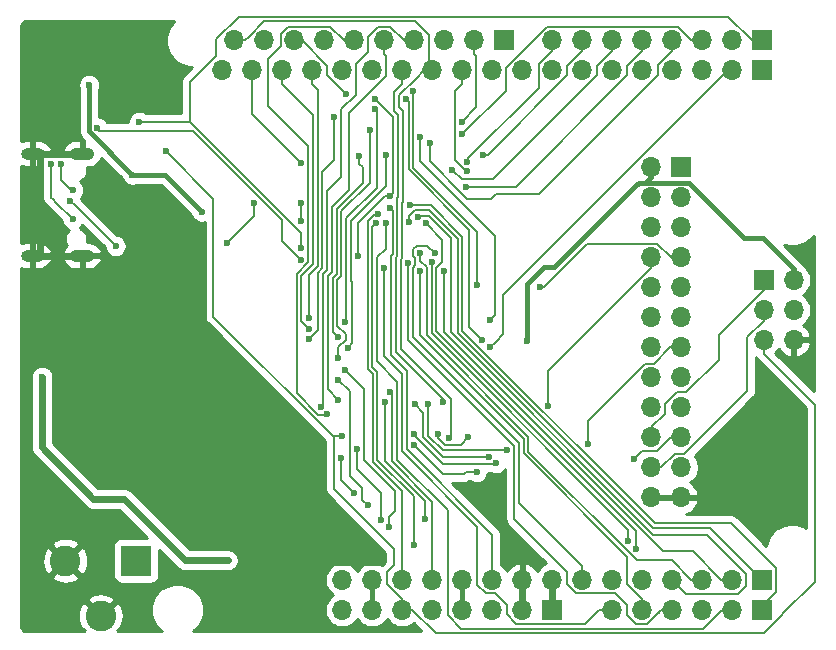
<source format=gbl>
G04 #@! TF.GenerationSoftware,KiCad,Pcbnew,(5.1.6)-1*
G04 #@! TF.CreationDate,2020-08-03T01:11:42+09:00*
G04 #@! TF.ProjectId,Meno_V101,4d656e6f-5f56-4313-9031-2e6b69636164,rev?*
G04 #@! TF.SameCoordinates,PX6cf7820PY7a67730*
G04 #@! TF.FileFunction,Copper,L2,Bot*
G04 #@! TF.FilePolarity,Positive*
%FSLAX46Y46*%
G04 Gerber Fmt 4.6, Leading zero omitted, Abs format (unit mm)*
G04 Created by KiCad (PCBNEW (5.1.6)-1) date 2020-08-03 01:11:42*
%MOMM*%
%LPD*%
G01*
G04 APERTURE LIST*
G04 #@! TA.AperFunction,ComponentPad*
%ADD10R,1.700000X1.700000*%
G04 #@! TD*
G04 #@! TA.AperFunction,ComponentPad*
%ADD11O,1.700000X1.700000*%
G04 #@! TD*
G04 #@! TA.AperFunction,ComponentPad*
%ADD12C,2.600000*%
G04 #@! TD*
G04 #@! TA.AperFunction,ComponentPad*
%ADD13R,2.600000X2.600000*%
G04 #@! TD*
G04 #@! TA.AperFunction,ComponentPad*
%ADD14O,2.000000X1.000000*%
G04 #@! TD*
G04 #@! TA.AperFunction,ComponentPad*
%ADD15O,2.100000X1.050000*%
G04 #@! TD*
G04 #@! TA.AperFunction,ViaPad*
%ADD16C,0.600000*%
G04 #@! TD*
G04 #@! TA.AperFunction,Conductor*
%ADD17C,0.600000*%
G04 #@! TD*
G04 #@! TA.AperFunction,Conductor*
%ADD18C,0.400000*%
G04 #@! TD*
G04 #@! TA.AperFunction,Conductor*
%ADD19C,0.200000*%
G04 #@! TD*
G04 #@! TA.AperFunction,Conductor*
%ADD20C,0.254000*%
G04 #@! TD*
G04 APERTURE END LIST*
D10*
X41615000Y50754700D03*
D11*
X39075000Y50754700D03*
X36535000Y50754700D03*
X33995000Y50754700D03*
X31455000Y50754700D03*
X28915000Y50754700D03*
X26375000Y50754700D03*
X23835000Y50754700D03*
X21295000Y50754700D03*
X18755000Y50754700D03*
D10*
X63459000Y50754700D03*
D11*
X60919000Y50754700D03*
X58379000Y50754700D03*
X55839000Y50754700D03*
X53299000Y50754700D03*
X50759000Y50754700D03*
X48219000Y50754700D03*
X45679000Y50754700D03*
D10*
X63459000Y48210000D03*
D11*
X60919000Y48210000D03*
X58379000Y48210000D03*
X55839000Y48210000D03*
X53299000Y48210000D03*
X50759000Y48210000D03*
X48219000Y48210000D03*
X45679000Y48210000D03*
X43139000Y48210000D03*
X40599000Y48210000D03*
X38059000Y48210000D03*
X35519000Y48210000D03*
X32979000Y48210000D03*
X30439000Y48210000D03*
X27899000Y48210000D03*
X25359000Y48210000D03*
X22819000Y48210000D03*
X20279000Y48210000D03*
X17739000Y48210000D03*
D10*
X56600000Y40000000D03*
D11*
X54060000Y40000000D03*
X56600000Y37460000D03*
X54060000Y37460000D03*
X56600000Y34920000D03*
X54060000Y34920000D03*
X56600000Y32380000D03*
X54060000Y32380000D03*
X56600000Y29840000D03*
X54060000Y29840000D03*
X56600000Y27300000D03*
X54060000Y27300000D03*
X56600000Y24760000D03*
X54060000Y24760000D03*
X56600000Y22220000D03*
X54060000Y22220000D03*
X56600000Y19680000D03*
X54060000Y19680000D03*
X56600000Y17140000D03*
X54060000Y17140000D03*
X56600000Y14600000D03*
X54060000Y14600000D03*
X56600000Y12060000D03*
X54060000Y12060000D03*
D10*
X63585000Y30474700D03*
D11*
X66125000Y30474700D03*
X63585000Y27934700D03*
X66125000Y27934700D03*
X63585000Y25394700D03*
X66125000Y25394700D03*
D10*
X63459000Y5080000D03*
D11*
X60919000Y5080000D03*
X58379000Y5080000D03*
X55839000Y5080000D03*
X53299000Y5080000D03*
X50759000Y5080000D03*
X48219000Y5080000D03*
X45679000Y5080000D03*
X43139000Y5080000D03*
X40599000Y5080000D03*
X38059000Y5080000D03*
X35519000Y5080000D03*
X32979000Y5080000D03*
X30439000Y5080000D03*
X27899000Y5080000D03*
D10*
X63459000Y2535000D03*
D11*
X60919000Y2535000D03*
X58379000Y2535000D03*
X55839000Y2535000D03*
X53299000Y2535000D03*
X50759000Y2535000D03*
X27899000Y2535000D03*
X30439000Y2535000D03*
X32979000Y2535000D03*
X35519000Y2535000D03*
X38059000Y2535000D03*
X40599000Y2535000D03*
X43139000Y2535000D03*
D10*
X45679000Y2535000D03*
D12*
X7460000Y2000000D03*
X4460000Y6700000D03*
D13*
X10460000Y6700000D03*
D14*
X1700000Y41170000D03*
X1700000Y32530000D03*
D15*
X5880000Y41170000D03*
X5880000Y32530000D03*
D16*
X40800000Y12200000D03*
X31380000Y6500000D03*
X26550000Y6460000D03*
X21100000Y3870000D03*
X6810000Y18590000D03*
X6810000Y16290000D03*
X6810000Y13990000D03*
X20150000Y3870000D03*
X22050000Y3870000D03*
X25560000Y11320000D03*
X29234200Y32498300D03*
X28239100Y46194400D03*
X30656000Y45828000D03*
X31970000Y37558000D03*
X27878800Y17261100D03*
X12941300Y41412700D03*
X29141500Y16157300D03*
X52625900Y15323100D03*
X31200000Y10180000D03*
X31820000Y9580000D03*
X28103800Y22850000D03*
X30100000Y11400000D03*
X27567200Y22003600D03*
X24426100Y33155700D03*
X10730500Y43880400D03*
X24394900Y32200500D03*
X7180000Y43350000D03*
X24439100Y40349000D03*
X34515400Y42549900D03*
X40400000Y27100000D03*
X38083900Y42839400D03*
X25087500Y26350000D03*
X35290700Y42076600D03*
X25066300Y27264200D03*
X38366800Y38382800D03*
X24428600Y35440000D03*
X24410000Y36960000D03*
X33314100Y45815300D03*
X39705100Y25403100D03*
X37210000Y39820000D03*
X33915000Y46445000D03*
X39340000Y30010000D03*
X39820000Y41061400D03*
X29360000Y40970000D03*
X27566400Y25616500D03*
X36456500Y20152500D03*
X38480000Y40500000D03*
X31631200Y41060000D03*
X28373800Y24725700D03*
X36900500Y17097600D03*
X38491700Y39700000D03*
X27234700Y44309300D03*
X25052900Y25502900D03*
X38067200Y43886500D03*
X30222100Y43168700D03*
X27573300Y23850000D03*
X30657900Y44928800D03*
X28132700Y26900000D03*
X26082900Y19696100D03*
X27583200Y20350000D03*
X26653800Y19126700D03*
X40411700Y24772200D03*
X48700000Y16600000D03*
X40328300Y15503000D03*
X34060700Y19945500D03*
X40950600Y14979700D03*
X34006500Y17389300D03*
X39300000Y14200000D03*
X33991600Y16502700D03*
X34930000Y10200000D03*
X31526900Y20140000D03*
X45335300Y19799800D03*
X44640000Y29840000D03*
X28916800Y12444400D03*
X27806800Y15406900D03*
X38581400Y17150000D03*
X35990000Y17445300D03*
X41852600Y16109200D03*
X35189600Y19937000D03*
X33574000Y35386700D03*
X33645600Y36793500D03*
X36475800Y31255700D03*
X31572700Y35294100D03*
X34513100Y32766900D03*
X33960000Y7990000D03*
X30754800Y35253000D03*
X34324200Y35768500D03*
X33453900Y31936900D03*
X52781100Y7679500D03*
X34959600Y35252200D03*
X34474500Y31259500D03*
X52103100Y8346600D03*
X35491200Y31969100D03*
X31452600Y31450000D03*
X35713800Y32766900D03*
X31960100Y36577800D03*
X31960000Y20950000D03*
X30917200Y36088800D03*
X20459800Y36969400D03*
X18118500Y33563600D03*
X5120000Y38100000D03*
X4116100Y40316100D03*
X5074850Y35604850D03*
X3230000Y40330000D03*
X18200000Y6740000D03*
X2490000Y22285100D03*
X43516800Y25328000D03*
X10142500Y39381900D03*
X15994200Y36250000D03*
X6471700Y46992100D03*
X4880000Y37150000D03*
X8711500Y33349700D03*
D17*
X43139000Y2535000D02*
X43139000Y5080000D01*
D18*
X2350200Y32703800D02*
X2176400Y32530000D01*
D17*
X2350200Y41170000D02*
X2350200Y32703800D01*
D19*
X1700000Y32530000D02*
X2176400Y32530000D01*
X1700000Y41170000D02*
X2350200Y41170000D01*
D18*
X40800000Y10400000D02*
X43139000Y8061000D01*
X40800000Y12200000D02*
X40800000Y10800000D01*
X40800000Y10800000D02*
X40800000Y10400000D01*
D19*
X40800000Y10800000D02*
X40800000Y10700000D01*
D18*
X43139000Y5080000D02*
X43139000Y8061000D01*
X31380000Y6500000D02*
X26590000Y6500000D01*
D19*
X26590000Y6500000D02*
X26550000Y6460000D01*
D17*
X5880000Y32530000D02*
X1700000Y32530000D01*
X5880000Y41170000D02*
X1700000Y41170000D01*
D19*
X31970000Y37558000D02*
X31486200Y37558000D01*
X31486200Y37558000D02*
X29234200Y35306000D01*
X29234200Y35306000D02*
X29234200Y32498300D01*
X31970000Y37558000D02*
X32240300Y37828300D01*
X32240300Y37828300D02*
X32240300Y44243700D01*
X32240300Y44243700D02*
X30656000Y45828000D01*
X26629000Y47804500D02*
X28239100Y46194400D01*
X26629000Y48604700D02*
X26629000Y47804500D01*
X23835000Y50754700D02*
X24479000Y50754700D01*
X24479000Y50754700D02*
X26629000Y48604700D01*
X27185000Y17261100D02*
X27878800Y17261100D01*
X12941300Y41412700D02*
X16994600Y37359400D01*
X16994600Y37359400D02*
X16994600Y27352400D01*
X16994600Y27352400D02*
X27085900Y17261100D01*
X27085900Y17261100D02*
X27185000Y17261100D01*
X32290000Y7685600D02*
X27185000Y12790600D01*
X32979000Y3446900D02*
X31709000Y4716900D01*
X32979000Y2535000D02*
X32979000Y3446900D01*
X32290000Y6360000D02*
X32290000Y7685600D01*
X27185000Y12790600D02*
X27185000Y17261100D01*
X31709000Y4716900D02*
X31709000Y5779000D01*
X31709000Y5779000D02*
X32290000Y6360000D01*
X63585000Y24244400D02*
X63585000Y25394700D01*
X67929700Y4905200D02*
X67929700Y19899700D01*
X65175300Y2150800D02*
X67929700Y4905200D01*
X33841700Y2535000D02*
X35824200Y552500D01*
X67929700Y19899700D02*
X63585000Y24244400D01*
X32979000Y2535000D02*
X33841700Y2535000D01*
X35824200Y552500D02*
X63645400Y552500D01*
X63645400Y552500D02*
X65175300Y2082400D01*
X65175300Y2082400D02*
X65175300Y2150800D01*
D17*
X45679000Y2535000D02*
X45679000Y5080000D01*
D19*
X31200000Y10700000D02*
X31200000Y10180000D01*
X31200000Y12423100D02*
X31200000Y10700000D01*
X29141500Y16157300D02*
X29141500Y14481600D01*
X29141500Y14481600D02*
X31200000Y12423100D01*
X53292500Y15989700D02*
X52625900Y15323100D01*
X54587100Y15989700D02*
X53292500Y15989700D01*
X56600000Y17140000D02*
X55737400Y17140000D01*
X55737400Y17140000D02*
X54587100Y15989700D01*
X32376300Y12599400D02*
X29741900Y15233800D01*
X29741900Y15233800D02*
X29741900Y21211900D01*
X29741900Y21211900D02*
X28103800Y22850000D01*
X32376300Y10933700D02*
X32373700Y10933700D01*
X32376300Y10933700D02*
X32376300Y12599400D01*
X31820000Y10380000D02*
X31820000Y9580000D01*
X32373700Y10933700D02*
X31820000Y10380000D01*
X54922600Y14600000D02*
X54060000Y14600000D01*
X56072900Y15750300D02*
X54922600Y14600000D01*
X63585000Y27022800D02*
X62195400Y25633200D01*
X63585000Y27934700D02*
X63585000Y27022800D01*
X62195400Y25633200D02*
X62195400Y21071400D01*
X62195400Y21071400D02*
X56874300Y15750300D01*
X56874300Y15750300D02*
X56072900Y15750300D01*
X28527700Y13904700D02*
X28527700Y21043200D01*
X28527700Y21043200D02*
X28527600Y21043200D01*
X28527600Y21043200D02*
X27567200Y22003600D01*
X29616200Y11883800D02*
X30100000Y11400000D01*
X29616200Y12816200D02*
X29616200Y11883800D01*
X29616200Y12816200D02*
X28527700Y13904700D01*
X55210300Y19152900D02*
X54060000Y18002600D01*
X54060000Y18002600D02*
X54060000Y17140000D01*
X55210300Y19954600D02*
X55210300Y19152900D01*
X56205700Y20950000D02*
X55210300Y19954600D01*
X63585000Y29612000D02*
X59814300Y25841300D01*
X63585000Y30474700D02*
X63585000Y29612000D01*
X59814300Y25841300D02*
X59814300Y23717800D01*
X59814300Y23717800D02*
X57046500Y20950000D01*
X57046500Y20950000D02*
X56205700Y20950000D01*
X15008500Y43880400D02*
X24426100Y34462800D01*
X24426100Y34462800D02*
X24426100Y33155700D01*
X10730500Y43880400D02*
X15008500Y43880400D01*
X17210500Y49471300D02*
X15008500Y47269300D01*
X63459000Y50754700D02*
X62596300Y50754700D01*
X60588400Y52762600D02*
X19132700Y52762600D01*
X17210500Y50840400D02*
X17210500Y49471300D01*
X15008500Y47269300D02*
X15008500Y43880400D01*
X62596300Y50754700D02*
X60588400Y52762600D01*
X19132700Y52762600D02*
X17210500Y50840400D01*
X7180000Y43350000D02*
X7180000Y43231400D01*
X7180000Y43231400D02*
X7341300Y43070100D01*
X22793000Y35529500D02*
X22793000Y33802400D01*
X7341300Y43070100D02*
X15252400Y43070100D01*
X15252400Y43070100D02*
X22793000Y35529500D01*
X22793000Y33802400D02*
X24394900Y32200500D01*
X34515400Y40522600D02*
X34515400Y42549900D01*
X20279000Y47059700D02*
X20279000Y44509100D01*
X20279000Y44509100D02*
X24439100Y40349000D01*
X20279000Y48210000D02*
X20279000Y47059700D01*
X40400000Y27100000D02*
X40840000Y27540000D01*
X40840000Y34198000D02*
X40244000Y34794000D01*
X40840000Y27540000D02*
X40840000Y34198000D01*
X40351700Y34686300D02*
X40244000Y34794000D01*
X40244000Y34794000D02*
X34515400Y40522600D01*
X57467000Y50754700D02*
X56311300Y51910400D01*
X58379000Y50754700D02*
X57467000Y50754700D01*
X45207700Y51910400D02*
X41749400Y48452100D01*
X56311300Y51910400D02*
X45207700Y51910400D01*
X41749400Y46504900D02*
X38083900Y42839400D01*
X41749400Y48452100D02*
X41749400Y46504900D01*
X25087500Y26350000D02*
X24444800Y26992700D01*
X24444800Y26992700D02*
X24444800Y30801900D01*
X24444800Y30801900D02*
X25428900Y31786000D01*
X25428900Y31786000D02*
X25428900Y39923700D01*
X25428900Y39923700D02*
X25439700Y39934500D01*
X25439700Y39934500D02*
X25439700Y44439000D01*
X25439700Y44439000D02*
X22819000Y47059700D01*
X22819000Y48210000D02*
X22819000Y47059700D01*
X54630000Y47852300D02*
X44558700Y37781000D01*
X55839000Y49842800D02*
X54628100Y48631900D01*
X38036600Y37781000D02*
X35290700Y40526900D01*
X55839000Y50754700D02*
X55839000Y49842800D01*
X54630000Y48310000D02*
X54630000Y47852300D01*
X35290700Y40526900D02*
X35290700Y42076600D01*
X54628100Y48631900D02*
X54628100Y48311900D01*
X54628100Y48311900D02*
X54630000Y48310000D01*
X38036600Y37781000D02*
X38039000Y37781000D01*
X38039000Y37781000D02*
X38490000Y37330000D01*
X40508000Y37330000D02*
X40959000Y37781000D01*
X38490000Y37330000D02*
X40508000Y37330000D01*
X44558700Y37781000D02*
X40959000Y37781000D01*
X25066300Y27264200D02*
X25066300Y30857300D01*
X25066300Y30857300D02*
X25829200Y31620200D01*
X25829200Y31620200D02*
X25829200Y39757900D01*
X25829200Y39757900D02*
X25840000Y39768700D01*
X25840000Y39768700D02*
X25840000Y46578700D01*
X25840000Y46578700D02*
X25359000Y47059700D01*
X25359000Y48210000D02*
X25359000Y47059700D01*
X24428600Y35440000D02*
X24428600Y36941400D01*
X24428600Y36941400D02*
X24410000Y36960000D01*
X52029000Y48572800D02*
X52029000Y47818900D01*
X52029000Y47818900D02*
X42592900Y38382800D01*
X53299000Y50754700D02*
X53299000Y49842800D01*
X42592900Y38382800D02*
X38366800Y38382800D01*
X53299000Y49842800D02*
X52029000Y48572800D01*
X33314100Y45815300D02*
X33514600Y45614800D01*
X33514600Y45614800D02*
X33514600Y39824900D01*
X33514600Y39824900D02*
X38614100Y34725400D01*
X38614100Y34725400D02*
X38614100Y26494100D01*
X38614100Y26494100D02*
X39705100Y25403100D01*
X50759000Y49842800D02*
X50759000Y50754700D01*
X40655200Y38991100D02*
X49492050Y47827950D01*
X49492050Y47827950D02*
X49492050Y48575850D01*
X49492050Y48575850D02*
X50759000Y49842800D01*
X38038900Y38991100D02*
X38201100Y38991100D01*
X37210000Y39820000D02*
X38038900Y38991100D01*
X38201100Y38991100D02*
X40655200Y38991100D01*
X33915000Y39990800D02*
X33915000Y46445000D01*
X39340000Y30010000D02*
X39340000Y34565800D01*
X39340000Y34565800D02*
X33915000Y39990800D01*
X27566400Y25616500D02*
X27099400Y26083500D01*
X27099400Y26083500D02*
X27099400Y30626000D01*
X27099400Y30626000D02*
X27430400Y30957000D01*
X27430400Y30957000D02*
X27430400Y36494300D01*
X27430400Y36494300D02*
X29621000Y38684900D01*
X29360000Y40282000D02*
X29621000Y40021000D01*
X29360000Y40970000D02*
X29360000Y40282000D01*
X29621000Y38684900D02*
X29621000Y40021000D01*
X40202600Y41061400D02*
X39911400Y41061400D01*
X46949000Y47807800D02*
X40202600Y41061400D01*
X46949000Y48572800D02*
X46949000Y47807800D01*
X48219000Y50754700D02*
X48219000Y49842800D01*
X48219000Y49842800D02*
X46949000Y48572800D01*
X32979000Y47059700D02*
X32313500Y46394200D01*
X32313500Y46394200D02*
X32313500Y44755400D01*
X32313500Y44755400D02*
X32649300Y44419600D01*
X32649300Y44419600D02*
X32649300Y37497000D01*
X32649300Y37497000D02*
X32573300Y37421000D01*
X32573300Y37421000D02*
X32573300Y32471300D01*
X32573300Y32471300D02*
X32453300Y32351300D01*
X32453300Y32351300D02*
X32453300Y24410600D01*
X32453300Y24410600D02*
X36456500Y20407400D01*
X36456500Y20407400D02*
X36456500Y20152500D01*
X32979000Y48210000D02*
X32979000Y47059700D01*
X31631200Y38430600D02*
X28631300Y35430700D01*
X28631300Y35430700D02*
X28631300Y30407600D01*
X28631300Y30407600D02*
X28755300Y30283600D01*
X28755300Y30283600D02*
X28755300Y25107200D01*
X28755300Y25107200D02*
X28373800Y24725700D01*
X31631200Y41060000D02*
X31631200Y40388800D01*
X31631200Y40644400D02*
X31631200Y40388800D01*
X31631200Y40388800D02*
X31631200Y38430600D01*
X44528700Y48741800D02*
X44528700Y46763000D01*
X44528700Y46763000D02*
X38484900Y40719200D01*
X45679000Y50754700D02*
X45679000Y49892100D01*
X38484900Y40719200D02*
X38484900Y40461000D01*
X45679000Y49892100D02*
X44528700Y48741800D01*
X32713800Y46104800D02*
X32713800Y45121100D01*
X32713800Y45121100D02*
X33049700Y44785200D01*
X33049700Y44785200D02*
X33049700Y37046700D01*
X33049700Y37046700D02*
X32973700Y36970700D01*
X32973700Y36970700D02*
X32973700Y32305600D01*
X32973700Y32305600D02*
X32853600Y32185500D01*
X32853600Y32185500D02*
X32853600Y24610600D01*
X32853600Y24610600D02*
X37074300Y20389900D01*
X37074300Y20389900D02*
X37074300Y17271400D01*
X37074300Y17271400D02*
X36900500Y17097600D01*
X35232100Y48210000D02*
X35232100Y51200600D01*
X35232100Y51200600D02*
X34070500Y52362200D01*
X34070500Y52362200D02*
X21274400Y52362200D01*
X35519000Y48210000D02*
X35232100Y48210000D01*
X21274400Y52362200D02*
X19976100Y51063900D01*
X19666900Y50754700D02*
X19976100Y51063900D01*
X18755000Y50754700D02*
X19666900Y50754700D01*
X19976100Y51063900D02*
X19905300Y50993100D01*
X34819000Y48210000D02*
X34119500Y47510500D01*
X35519000Y48210000D02*
X34819000Y48210000D01*
X34368700Y47759700D02*
X34119500Y47510500D01*
X34119500Y47510500D02*
X32713800Y46104800D01*
X38059000Y47059700D02*
X37466900Y46467600D01*
X37466900Y46467600D02*
X37466900Y40624300D01*
X37466900Y40624300D02*
X38491700Y39599500D01*
X38059000Y48210000D02*
X38059000Y47059700D01*
X25052900Y25502900D02*
X25089600Y25502900D01*
X25089600Y25502900D02*
X25846600Y26259900D01*
X25846600Y26259900D02*
X25846600Y31071500D01*
X25846600Y31071500D02*
X26229500Y31454400D01*
X26229500Y31454400D02*
X26229500Y39592100D01*
X26229500Y39592100D02*
X27234700Y40597300D01*
X27234700Y40597300D02*
X27234700Y44309300D01*
X27573300Y23850000D02*
X27573300Y24774400D01*
X27573300Y24774400D02*
X28204800Y25405900D01*
X28204800Y25405900D02*
X28204800Y25903200D01*
X28204800Y25903200D02*
X27499700Y26608300D01*
X27499700Y26608300D02*
X27499700Y30460200D01*
X27499700Y30460200D02*
X27830700Y30791200D01*
X27830700Y30791200D02*
X27830700Y36328500D01*
X27830700Y36328500D02*
X30222100Y38719900D01*
X30222100Y38719900D02*
X30222100Y43168700D01*
X39075000Y50754700D02*
X39075000Y49604400D01*
X38067200Y43886500D02*
X39265500Y45084800D01*
X39265500Y45084800D02*
X39265500Y49413900D01*
X39265500Y49413900D02*
X39075000Y49604400D01*
X28231000Y26998300D02*
X28132700Y26900000D01*
X28231000Y35679400D02*
X28231000Y26998300D01*
X30822800Y38271200D02*
X28231000Y35679400D01*
X30657900Y44928800D02*
X30822800Y44763900D01*
X30822800Y44763900D02*
X30822800Y38271200D01*
X26298800Y19912000D02*
X26082900Y19696100D01*
X26298800Y30957600D02*
X26298800Y19912000D01*
X26629800Y31288600D02*
X26298800Y30957600D01*
X30065400Y51002100D02*
X30065400Y49738000D01*
X31979500Y51907500D02*
X30970800Y51907500D01*
X30970800Y51907500D02*
X30065400Y51002100D01*
X33995000Y50754700D02*
X33132300Y50754700D01*
X30065400Y49738000D02*
X29049400Y48722000D01*
X33132300Y50754700D02*
X31979500Y51907500D01*
X27835000Y39193800D02*
X26629800Y37988600D01*
X26629800Y37988600D02*
X26629800Y31288600D01*
X29049400Y48722000D02*
X29049400Y46155600D01*
X29049400Y46155600D02*
X27835000Y44941200D01*
X27835000Y44941200D02*
X27835000Y39193800D01*
X27583200Y20350000D02*
X26699100Y21234100D01*
X26699100Y21234100D02*
X26699100Y30791800D01*
X26699100Y30791800D02*
X27030100Y31122800D01*
X27030100Y31122800D02*
X27030100Y36660100D01*
X27030100Y36660100D02*
X28451700Y38081700D01*
X28451700Y38081700D02*
X28451700Y44577900D01*
X28451700Y44577900D02*
X31645500Y47771700D01*
X31645500Y47771700D02*
X31645500Y49413900D01*
X31645500Y49413900D02*
X31455000Y49604400D01*
X31455000Y50754700D02*
X31455000Y49604400D01*
X26569300Y19042200D02*
X26653800Y19126700D01*
X25885600Y19042200D02*
X26569300Y19042200D01*
X24044400Y20883400D02*
X25885600Y19042200D01*
X24044400Y30967600D02*
X24044400Y20883400D01*
X25028600Y31951800D02*
X24044400Y30967600D01*
X23346400Y51924100D02*
X22684600Y51262300D01*
X22684600Y50242700D02*
X21626000Y49184100D01*
X25039400Y41815100D02*
X25039400Y40100300D01*
X28915000Y50754700D02*
X28052300Y50754700D01*
X26882900Y51924100D02*
X23346400Y51924100D01*
X22684600Y51262300D02*
X22684600Y50242700D01*
X28052300Y50754700D02*
X26882900Y51924100D01*
X25028600Y40089500D02*
X25028600Y31951800D01*
X21626000Y49184100D02*
X21626000Y45228500D01*
X21626000Y45228500D02*
X25039400Y41815100D01*
X25039400Y40100300D02*
X25028600Y40089500D01*
X60919000Y48210000D02*
X60572200Y48210000D01*
X41551100Y25911600D02*
X40889750Y25250250D01*
X41551100Y29188900D02*
X41551100Y25911600D01*
X40889750Y25250250D02*
X40411700Y24772200D01*
X60572200Y48210000D02*
X41551100Y29188900D01*
X48709000Y17053500D02*
X48708900Y17053500D01*
X48709000Y16609000D02*
X48700000Y16600000D01*
X48709000Y17409000D02*
X48709000Y16609000D01*
X48709000Y17409000D02*
X48709000Y17053500D01*
X48709000Y18544100D02*
X48709000Y17409000D01*
X54298400Y23370400D02*
X53535300Y23370400D01*
X53535300Y23370400D02*
X48709000Y18544100D01*
X56600000Y24760000D02*
X55688000Y24760000D01*
X55688000Y24760000D02*
X54298400Y23370400D01*
X40328300Y15503000D02*
X36406400Y15503000D01*
X36406400Y15503000D02*
X34774200Y17135200D01*
X34774200Y17135200D02*
X34774200Y19232000D01*
X34774200Y19232000D02*
X34060700Y19945500D01*
X40950600Y14979700D02*
X40866900Y14896000D01*
X40866900Y14896000D02*
X36447300Y14896000D01*
X36447300Y14896000D02*
X34006500Y17336800D01*
X34006500Y17336800D02*
X34006500Y17389300D01*
X33991600Y16502700D02*
X36449100Y14045200D01*
X38400000Y14200000D02*
X38245200Y14045200D01*
X39300000Y14200000D02*
X38400000Y14200000D01*
X36449100Y14045200D02*
X38245200Y14045200D01*
X34940800Y11733400D02*
X34940800Y10210800D01*
X31526900Y20123000D02*
X31526900Y15147300D01*
X34940800Y10210800D02*
X34930000Y10200000D01*
X31526900Y15147300D02*
X34940800Y11733400D01*
X54060000Y32380000D02*
X54060000Y31468100D01*
X45335300Y22743400D02*
X45335300Y19799800D01*
X54060000Y31468100D02*
X45335300Y22743400D01*
X55737300Y32380000D02*
X54586900Y33530400D01*
X56600000Y32380000D02*
X55737300Y32380000D01*
X44650000Y29850000D02*
X44640000Y29840000D01*
X44981800Y29850000D02*
X44650000Y29850000D01*
X54586900Y33530400D02*
X48662200Y33530400D01*
X48662200Y33530400D02*
X44981800Y29850000D01*
X27806800Y15406900D02*
X27806800Y13554400D01*
X27806800Y13554400D02*
X28916800Y12444400D01*
X38581400Y17150000D02*
X37925400Y16494000D01*
X37925400Y16494000D02*
X36594900Y16494000D01*
X36594900Y16494000D02*
X35990000Y17098900D01*
X35990000Y17098900D02*
X35990000Y17445300D01*
X41852600Y16109200D02*
X38359700Y16109200D01*
X38359700Y16109200D02*
X38298100Y16047600D01*
X38298100Y16047600D02*
X36427900Y16047600D01*
X36427900Y16047600D02*
X35189600Y17285900D01*
X35189600Y17285900D02*
X35189600Y19937000D01*
X33574000Y35386700D02*
X33574000Y35870900D01*
X33574000Y35870900D02*
X34091700Y36388600D01*
X34091700Y36388600D02*
X35252600Y36388600D01*
X35252600Y36388600D02*
X37676600Y33964600D01*
X37676600Y33964600D02*
X37676600Y26009500D01*
X37676600Y26009500D02*
X54201800Y9484300D01*
X54201800Y9484300D02*
X59054700Y9484300D01*
X59054700Y9484300D02*
X63459000Y5080000D01*
X38076900Y34132900D02*
X35416300Y36793500D01*
X35416300Y36793500D02*
X33645600Y36793500D01*
X38076900Y26182400D02*
X38076900Y34132900D01*
X54361100Y9898200D02*
X38076900Y26182400D01*
X63459000Y2894400D02*
X64609300Y4044700D01*
X63459000Y2535000D02*
X63459000Y2894400D01*
X64609300Y4044700D02*
X64609300Y6115700D01*
X64609300Y6115700D02*
X60826800Y9898200D01*
X60826800Y9898200D02*
X54361100Y9898200D01*
X36475800Y26078100D02*
X36475800Y31255700D01*
X57594200Y7492800D02*
X55061100Y7492800D01*
X60919000Y5080000D02*
X60007000Y5080000D01*
X55061100Y7492800D02*
X36475800Y26078100D01*
X60007000Y5080000D02*
X57594200Y7492800D01*
X60056300Y2535000D02*
X59545650Y2024350D01*
X60919000Y2535000D02*
X60056300Y2535000D01*
X59545650Y2024350D02*
X59768700Y2247400D01*
X31572700Y33112700D02*
X31572700Y35294100D01*
X36847200Y10959300D02*
X32573300Y15233200D01*
X36847200Y2082700D02*
X36847200Y10959300D01*
X32573300Y15233200D02*
X32573300Y21868800D01*
X37977000Y952900D02*
X36847200Y2082700D01*
X30852300Y23589800D02*
X30852300Y31697700D01*
X58474200Y952900D02*
X37977000Y952900D01*
X59545650Y2024350D02*
X58474200Y952900D01*
X32573300Y21868800D02*
X30852300Y23589800D01*
X30852300Y31697700D02*
X30852010Y31697990D01*
X30852010Y32392010D02*
X31572700Y33112700D01*
X30852010Y31697990D02*
X30852010Y32392010D01*
X34513100Y32098300D02*
X34513100Y32766900D01*
X35074900Y31536500D02*
X34513100Y32098300D01*
X43653800Y17201800D02*
X35074900Y25780700D01*
X58379000Y5080000D02*
X57467000Y5080000D01*
X35074900Y25780700D02*
X35074900Y31536500D01*
X55802700Y6744300D02*
X52856500Y6744300D01*
X57467000Y5080000D02*
X55802700Y6744300D01*
X52856500Y6744300D02*
X43653800Y15947000D01*
X43653800Y15947000D02*
X43653800Y17201800D01*
X30754800Y35253000D02*
X30452000Y34950200D01*
X30452000Y34950200D02*
X30452000Y23130900D01*
X30452000Y23130900D02*
X30868100Y22714800D01*
X30868100Y22714800D02*
X30868100Y15240000D01*
X30868100Y15240000D02*
X33967600Y12140500D01*
X33967600Y12140500D02*
X33967600Y8924800D01*
X33967600Y7922400D02*
X33967600Y8924800D01*
X34324200Y35768500D02*
X34412600Y35856900D01*
X34412600Y35856900D02*
X35210400Y35856900D01*
X35210400Y35856900D02*
X37076200Y33991100D01*
X37076200Y33991100D02*
X37076200Y26043800D01*
X37076200Y26043800D02*
X54236100Y8883900D01*
X54236100Y8883900D02*
X58769400Y8883900D01*
X58769400Y8883900D02*
X62087200Y5566100D01*
X62087200Y5566100D02*
X62087200Y4591800D01*
X62087200Y4591800D02*
X61398700Y3903300D01*
X61398700Y3903300D02*
X57015700Y3903300D01*
X57015700Y3903300D02*
X55839000Y5080000D01*
X33453900Y31936900D02*
X33453900Y25374600D01*
X33453900Y25374600D02*
X42452900Y16375600D01*
X42452900Y16375600D02*
X42452900Y10206300D01*
X42452900Y10206300D02*
X46949000Y5710200D01*
X46949000Y5710200D02*
X46949000Y4708600D01*
X46949000Y4708600D02*
X47728000Y3929600D01*
X47728000Y3929600D02*
X51019000Y3929600D01*
X51019000Y3929600D02*
X52029000Y2919600D01*
X52029000Y2919600D02*
X52029000Y2100600D01*
X52029000Y2100600D02*
X52776300Y1353300D01*
X52776300Y1353300D02*
X53745300Y1353300D01*
X54927000Y2535000D02*
X54631000Y2239000D01*
X55839000Y2535000D02*
X54927000Y2535000D01*
X53745300Y1353300D02*
X54631000Y2239000D01*
X54631000Y2239000D02*
X54688700Y2296700D01*
X34959600Y35252200D02*
X36360900Y33850900D01*
X36360900Y33850900D02*
X36360900Y31989700D01*
X36360900Y31989700D02*
X35875500Y31504300D01*
X35875500Y31504300D02*
X35875500Y26112300D01*
X35875500Y26112300D02*
X52781100Y9206700D01*
X52781100Y9206700D02*
X52781100Y7679500D01*
X34474500Y25815000D02*
X34474500Y31259500D01*
X53299000Y3446900D02*
X52029000Y4716900D01*
X52029000Y7005700D02*
X43253500Y15781200D01*
X53299000Y2535000D02*
X53299000Y3446900D01*
X52029000Y4716900D02*
X52029000Y7005700D01*
X43253500Y17036000D02*
X34474500Y25815000D01*
X43253500Y15781200D02*
X43253500Y17036000D01*
X35491200Y31969100D02*
X35475200Y31953100D01*
X35475200Y31953100D02*
X35475200Y25946500D01*
X35475200Y25946500D02*
X52103100Y9318600D01*
X52103100Y9318600D02*
X52103100Y8346600D01*
X49608700Y2535000D02*
X48458300Y1384600D01*
X48458300Y1384600D02*
X42641200Y1384600D01*
X42641200Y1384600D02*
X41869000Y2156800D01*
X41869000Y2156800D02*
X41869000Y2929200D01*
X41869000Y2929200D02*
X40868600Y3929600D01*
X40868600Y3929600D02*
X40069900Y3929600D01*
X40069900Y3929600D02*
X39329000Y4670500D01*
X39329000Y4670500D02*
X39329000Y9595700D01*
X39329000Y9595700D02*
X32973700Y15951000D01*
X32973700Y15951000D02*
X32973700Y22513700D01*
X32973700Y22513700D02*
X31452600Y24034800D01*
X31452600Y24034800D02*
X31452600Y31398700D01*
X50759000Y2535000D02*
X49608700Y2535000D01*
X35713800Y32769500D02*
X35116100Y33367200D01*
X35116100Y33367200D02*
X34204000Y33367200D01*
X34204000Y33367200D02*
X33894200Y33057400D01*
X33894200Y33057400D02*
X33894200Y32536900D01*
X33894200Y32536900D02*
X34072500Y32358600D01*
X34072500Y32358600D02*
X34072500Y31706400D01*
X34072500Y31706400D02*
X33874200Y31508100D01*
X33874200Y31508100D02*
X33874200Y25619800D01*
X33874200Y25619800D02*
X42853200Y16640800D01*
X42853200Y16640800D02*
X42853200Y11596100D01*
X42853200Y11596100D02*
X48219000Y6230300D01*
X48219000Y5080000D02*
X48219000Y6230300D01*
X40599000Y5080000D02*
X40599000Y8905700D01*
X40599000Y8905700D02*
X33386200Y16118500D01*
X33386200Y16118500D02*
X33386200Y22745800D01*
X33386200Y22745800D02*
X32053000Y24079000D01*
X32053000Y24079000D02*
X32053000Y32517100D01*
X32053000Y32517100D02*
X32173000Y32637100D01*
X32173000Y32637100D02*
X32173000Y36364900D01*
X32173000Y36364900D02*
X31960100Y36577800D01*
X31964300Y21026100D02*
X32127200Y20863200D01*
X32127200Y20863200D02*
X32127200Y15113100D01*
X32127200Y15113100D02*
X35541100Y11699200D01*
X35541100Y11699200D02*
X35541100Y6252400D01*
X35541100Y6252400D02*
X35519000Y6230300D01*
X35519000Y5080000D02*
X35519000Y6230300D01*
X30917200Y36088800D02*
X30704600Y36088800D01*
X30704600Y36088800D02*
X30051700Y35435900D01*
X30051700Y35435900D02*
X30051700Y22925700D01*
X30051700Y22925700D02*
X30467800Y22509600D01*
X30467800Y22509600D02*
X30467800Y15074200D01*
X30467800Y15074200D02*
X32979000Y12563000D01*
X32979000Y12563000D02*
X32979000Y6230300D01*
X32979000Y5080000D02*
X32979000Y6230300D01*
X20459800Y36969400D02*
X20459800Y35904900D01*
X20459800Y35904900D02*
X18118500Y33563600D01*
X4116100Y38920800D02*
X4936900Y38100000D01*
X4116100Y40316100D02*
X4116100Y38920800D01*
X3700900Y36978800D02*
X5074850Y35604850D01*
X3380000Y37299700D02*
X3700900Y36978800D01*
X3230000Y37449700D02*
X3380000Y37299700D01*
X3230000Y40330000D02*
X3230000Y37449700D01*
D17*
X14610000Y6740000D02*
X18200000Y6740000D01*
X9405000Y11945000D02*
X14610000Y6740000D01*
X6835000Y11945000D02*
X9405000Y11945000D01*
X2490000Y16290000D02*
X6835000Y11945000D01*
X2490000Y22285100D02*
X2490000Y16290000D01*
D18*
X30439000Y2535000D02*
X30439000Y5080000D01*
X38059000Y2535000D02*
X38059000Y5080000D01*
X66125000Y31435000D02*
X66125000Y30474700D01*
X63499900Y34060100D02*
X66125000Y31435000D01*
X44972150Y31552150D02*
X45827850Y31552150D01*
X43516800Y30096800D02*
X44972150Y31552150D01*
X43516800Y25328000D02*
X43516800Y30096800D01*
X54229999Y38710001D02*
X57249999Y38710001D01*
X57249999Y38710001D02*
X61899900Y34060100D01*
X62180100Y34060100D02*
X62390100Y34060100D01*
X61899900Y34060100D02*
X62390100Y34060100D01*
X62390100Y34060100D02*
X63499900Y34060100D01*
X52985701Y38710001D02*
X52782850Y38507150D01*
X54229999Y38710001D02*
X52985701Y38710001D01*
X45827850Y31552150D02*
X52782850Y38507150D01*
X52985701Y38710001D02*
X53570001Y38710001D01*
X54060000Y39200000D02*
X54060000Y40000000D01*
X53570001Y38710001D02*
X54060000Y39200000D01*
X6471700Y43052700D02*
X6471700Y46992100D01*
X12862300Y39381900D02*
X10142500Y39381900D01*
X10142500Y39381900D02*
X6471700Y43052700D01*
X15994200Y36250000D02*
X12862300Y39381900D01*
D19*
X4880000Y37150000D02*
X5324200Y36705800D01*
X5355400Y36705800D02*
X8711500Y33349700D01*
X5324200Y36705800D02*
X5355400Y36705800D01*
D20*
G36*
X13463172Y52179446D02*
G01*
X13218579Y51813386D01*
X13050100Y51406642D01*
X12964210Y50974845D01*
X12964210Y50534589D01*
X13050100Y50102792D01*
X13218579Y49696048D01*
X13463172Y49329988D01*
X13774481Y49018679D01*
X14140541Y48774086D01*
X14547285Y48605607D01*
X14979082Y48519717D01*
X15219471Y48519717D01*
X14514308Y47814554D01*
X14486262Y47791537D01*
X14394413Y47679619D01*
X14326163Y47551932D01*
X14307093Y47489067D01*
X14284135Y47413385D01*
X14269944Y47269300D01*
X14273500Y47233195D01*
X14273501Y44615400D01*
X11313451Y44615400D01*
X11173389Y44708986D01*
X11003229Y44779468D01*
X10822589Y44815400D01*
X10638411Y44815400D01*
X10457771Y44779468D01*
X10287611Y44708986D01*
X10134472Y44606662D01*
X10004238Y44476428D01*
X9901914Y44323289D01*
X9831432Y44153129D01*
X9795500Y43972489D01*
X9795500Y43805100D01*
X8000427Y43805100D01*
X7906262Y43946028D01*
X7776028Y44076262D01*
X7622889Y44178586D01*
X7452729Y44249068D01*
X7306700Y44278115D01*
X7306700Y46564696D01*
X7370768Y46719371D01*
X7406700Y46900011D01*
X7406700Y47084189D01*
X7370768Y47264829D01*
X7300286Y47434989D01*
X7197962Y47588128D01*
X7067728Y47718362D01*
X6914589Y47820686D01*
X6744429Y47891168D01*
X6563789Y47927100D01*
X6379611Y47927100D01*
X6198971Y47891168D01*
X6028811Y47820686D01*
X5875672Y47718362D01*
X5745438Y47588128D01*
X5643114Y47434989D01*
X5572632Y47264829D01*
X5536700Y47084189D01*
X5536700Y46900011D01*
X5572632Y46719371D01*
X5636701Y46564694D01*
X5636700Y43093719D01*
X5632660Y43052700D01*
X5646999Y42907111D01*
X5648782Y42889012D01*
X5696528Y42731614D01*
X5774064Y42586555D01*
X5878409Y42459409D01*
X5910279Y42433254D01*
X6013533Y42330000D01*
X6007000Y42330000D01*
X6007000Y41297000D01*
X6027000Y41297000D01*
X6027000Y41043000D01*
X6007000Y41043000D01*
X6007000Y41023000D01*
X5753000Y41023000D01*
X5753000Y41043000D01*
X5733000Y41043000D01*
X5733000Y41297000D01*
X5753000Y41297000D01*
X5753000Y42330000D01*
X5228000Y42330000D01*
X5004135Y42282934D01*
X4793754Y42193099D01*
X4604941Y42063947D01*
X4444953Y41900441D01*
X4319937Y41708864D01*
X4236036Y41475810D01*
X4361836Y41297002D01*
X4195000Y41297002D01*
X4195000Y41251100D01*
X4024011Y41251100D01*
X3843371Y41215168D01*
X3685854Y41149923D01*
X3672889Y41158586D01*
X3502729Y41229068D01*
X3335000Y41262432D01*
X3335000Y41297002D01*
X3167955Y41297002D01*
X3294119Y41471874D01*
X3214276Y41694976D01*
X3092369Y41882764D01*
X2936169Y42043161D01*
X2751678Y42170003D01*
X2545987Y42258415D01*
X2327000Y42305000D01*
X1827000Y42305000D01*
X1827000Y41297000D01*
X1847000Y41297000D01*
X1847000Y41043000D01*
X1827000Y41043000D01*
X1827000Y40035000D01*
X2327000Y40035000D01*
X2339091Y40037572D01*
X2401414Y39887111D01*
X2495000Y39747049D01*
X2495001Y37485815D01*
X2491444Y37449700D01*
X2505635Y37305615D01*
X2544761Y37176637D01*
X2547664Y37167067D01*
X2615914Y37039380D01*
X2707763Y36927462D01*
X2735808Y36904446D01*
X4142919Y35497335D01*
X4175782Y35332121D01*
X4246264Y35161961D01*
X4348588Y35008822D01*
X4478822Y34878588D01*
X4631961Y34776264D01*
X4762653Y34722130D01*
X4738036Y34705681D01*
X4604319Y34571964D01*
X4499259Y34414731D01*
X4426892Y34240022D01*
X4390000Y34054552D01*
X4390000Y33865448D01*
X4426892Y33679978D01*
X4499259Y33505269D01*
X4574431Y33392766D01*
X4444953Y33260441D01*
X4319937Y33068864D01*
X4236036Y32835810D01*
X4361837Y32657000D01*
X5753000Y32657000D01*
X5753000Y32677000D01*
X6007000Y32677000D01*
X6007000Y32657000D01*
X7398163Y32657000D01*
X7523964Y32835810D01*
X7440063Y33068864D01*
X7315047Y33260441D01*
X7155059Y33423947D01*
X6966246Y33553099D01*
X6755865Y33642934D01*
X6532000Y33690000D01*
X6275101Y33690000D01*
X6310000Y33865448D01*
X6310000Y34054552D01*
X6273108Y34240022D01*
X6200741Y34414731D01*
X6095681Y34571964D01*
X5961964Y34705681D01*
X5804731Y34810741D01*
X5659419Y34870931D01*
X5670878Y34878588D01*
X5801112Y35008822D01*
X5885955Y35135799D01*
X7779569Y33242185D01*
X7812432Y33076971D01*
X7882914Y32906811D01*
X7985238Y32753672D01*
X8115472Y32623438D01*
X8268611Y32521114D01*
X8438771Y32450632D01*
X8619411Y32414700D01*
X8803589Y32414700D01*
X8984229Y32450632D01*
X9154389Y32521114D01*
X9307528Y32623438D01*
X9437762Y32753672D01*
X9540086Y32906811D01*
X9610568Y33076971D01*
X9646500Y33257611D01*
X9646500Y33441789D01*
X9610568Y33622429D01*
X9540086Y33792589D01*
X9437762Y33945728D01*
X9307528Y34075962D01*
X9154389Y34178286D01*
X8984229Y34248768D01*
X8819015Y34281631D01*
X5900659Y37199987D01*
X5877638Y37228038D01*
X5806120Y37286732D01*
X5779068Y37422729D01*
X5774953Y37432663D01*
X5846262Y37503972D01*
X5948586Y37657111D01*
X6019068Y37827271D01*
X6055000Y38007911D01*
X6055000Y38192089D01*
X6019068Y38372729D01*
X5948586Y38542889D01*
X5846262Y38696028D01*
X5716028Y38826262D01*
X5691772Y38842470D01*
X5804731Y38889259D01*
X5961964Y38994319D01*
X6095681Y39128036D01*
X6200741Y39285269D01*
X6273108Y39459978D01*
X6310000Y39645448D01*
X6310000Y39834552D01*
X6275101Y40010000D01*
X6532000Y40010000D01*
X6755865Y40057066D01*
X6966246Y40146901D01*
X7155059Y40276053D01*
X7315047Y40439559D01*
X7440063Y40631136D01*
X7512152Y40831380D01*
X9249846Y39093686D01*
X9313914Y38939011D01*
X9416238Y38785872D01*
X9546472Y38655638D01*
X9699611Y38553314D01*
X9869771Y38482832D01*
X10050411Y38446900D01*
X10234589Y38446900D01*
X10415229Y38482832D01*
X10569904Y38546900D01*
X12516433Y38546900D01*
X15101546Y35961786D01*
X15165614Y35807111D01*
X15267938Y35653972D01*
X15398172Y35523738D01*
X15551311Y35421414D01*
X15721471Y35350932D01*
X15902111Y35315000D01*
X16086289Y35315000D01*
X16259600Y35349474D01*
X16259601Y27388515D01*
X16256044Y27352400D01*
X16270235Y27208315D01*
X16303093Y27100000D01*
X16312264Y27069767D01*
X16380514Y26942080D01*
X16472363Y26830162D01*
X16500408Y26807146D01*
X26450001Y16857552D01*
X26450000Y12826705D01*
X26446444Y12790600D01*
X26454803Y12705733D01*
X26460635Y12646516D01*
X26502663Y12507968D01*
X26570913Y12380281D01*
X26662762Y12268363D01*
X26690808Y12245346D01*
X31555001Y7381152D01*
X31555000Y6664447D01*
X31228812Y6338258D01*
X31142411Y6395990D01*
X30872158Y6507932D01*
X30585260Y6565000D01*
X30292740Y6565000D01*
X30005842Y6507932D01*
X29735589Y6395990D01*
X29492368Y6233475D01*
X29285525Y6026632D01*
X29169000Y5852240D01*
X29052475Y6026632D01*
X28845632Y6233475D01*
X28602411Y6395990D01*
X28332158Y6507932D01*
X28045260Y6565000D01*
X27752740Y6565000D01*
X27465842Y6507932D01*
X27195589Y6395990D01*
X26952368Y6233475D01*
X26745525Y6026632D01*
X26583010Y5783411D01*
X26471068Y5513158D01*
X26414000Y5226260D01*
X26414000Y4933740D01*
X26471068Y4646842D01*
X26583010Y4376589D01*
X26745525Y4133368D01*
X26952368Y3926525D01*
X27130502Y3807500D01*
X26952368Y3688475D01*
X26745525Y3481632D01*
X26583010Y3238411D01*
X26471068Y2968158D01*
X26414000Y2681260D01*
X26414000Y2388740D01*
X26471068Y2101842D01*
X26583010Y1831589D01*
X26745525Y1588368D01*
X26952368Y1381525D01*
X27195589Y1219010D01*
X27465842Y1107068D01*
X27752740Y1050000D01*
X28045260Y1050000D01*
X28332158Y1107068D01*
X28602411Y1219010D01*
X28845632Y1381525D01*
X29052475Y1588368D01*
X29169000Y1762760D01*
X29285525Y1588368D01*
X29492368Y1381525D01*
X29735589Y1219010D01*
X30005842Y1107068D01*
X30292740Y1050000D01*
X30585260Y1050000D01*
X30872158Y1107068D01*
X31142411Y1219010D01*
X31385632Y1381525D01*
X31592475Y1588368D01*
X31709000Y1762760D01*
X31825525Y1588368D01*
X32032368Y1381525D01*
X32275589Y1219010D01*
X32545842Y1107068D01*
X32832740Y1050000D01*
X33125260Y1050000D01*
X33412158Y1107068D01*
X33682411Y1219010D01*
X33925632Y1381525D01*
X33940680Y1396573D01*
X34607536Y729717D01*
X15250730Y729717D01*
X15353939Y798679D01*
X15665248Y1109988D01*
X15909841Y1476048D01*
X16078320Y1882792D01*
X16164210Y2314589D01*
X16164210Y2754845D01*
X16078320Y3186642D01*
X15909841Y3593386D01*
X15665248Y3959446D01*
X15353939Y4270755D01*
X14987879Y4515348D01*
X14581135Y4683827D01*
X14149338Y4769717D01*
X13709082Y4769717D01*
X13277285Y4683827D01*
X12870541Y4515348D01*
X12504481Y4270755D01*
X12193172Y3959446D01*
X11948579Y3593386D01*
X11780100Y3186642D01*
X11694210Y2754845D01*
X11694210Y2314589D01*
X11780100Y1882792D01*
X11948579Y1476048D01*
X12193172Y1109988D01*
X12504481Y798679D01*
X12607690Y729717D01*
X8909891Y729717D01*
X8809226Y830382D01*
X9104312Y962317D01*
X9275159Y1303045D01*
X9376250Y1670557D01*
X9403701Y2050729D01*
X9356457Y2428951D01*
X9236333Y2790690D01*
X9104312Y3037683D01*
X8809224Y3169619D01*
X7639605Y2000000D01*
X7653748Y1985857D01*
X7474143Y1806252D01*
X7460000Y1820395D01*
X7445858Y1806252D01*
X7266253Y1985857D01*
X7280395Y2000000D01*
X6110776Y3169619D01*
X5815688Y3037683D01*
X5644841Y2696955D01*
X5543750Y2329443D01*
X5516299Y1949271D01*
X5563543Y1571049D01*
X5683667Y1209310D01*
X5815688Y962317D01*
X6110774Y830382D01*
X6010109Y729717D01*
X1059005Y729717D01*
X931850Y750909D01*
X926895Y752711D01*
X761690Y917916D01*
X759888Y922871D01*
X738696Y1050027D01*
X738696Y3349224D01*
X6290381Y3349224D01*
X7460000Y2179605D01*
X8629619Y3349224D01*
X8497683Y3644312D01*
X8156955Y3815159D01*
X7789443Y3916250D01*
X7409271Y3943701D01*
X7031049Y3896457D01*
X6669310Y3776333D01*
X6422317Y3644312D01*
X6290381Y3349224D01*
X738696Y3349224D01*
X738696Y5350776D01*
X3290381Y5350776D01*
X3422317Y5055688D01*
X3763045Y4884841D01*
X4130557Y4783750D01*
X4510729Y4756299D01*
X4888951Y4803543D01*
X5250690Y4923667D01*
X5497683Y5055688D01*
X5629619Y5350776D01*
X4460000Y6520395D01*
X3290381Y5350776D01*
X738696Y5350776D01*
X738696Y6649271D01*
X2516299Y6649271D01*
X2563543Y6271049D01*
X2683667Y5909310D01*
X2815688Y5662317D01*
X3110776Y5530381D01*
X4280395Y6700000D01*
X4639605Y6700000D01*
X5809224Y5530381D01*
X6104312Y5662317D01*
X6275159Y6003045D01*
X6376250Y6370557D01*
X6403701Y6750729D01*
X6356457Y7128951D01*
X6236333Y7490690D01*
X6104312Y7737683D01*
X5809224Y7869619D01*
X4639605Y6700000D01*
X4280395Y6700000D01*
X3110776Y7869619D01*
X2815688Y7737683D01*
X2644841Y7396955D01*
X2543750Y7029443D01*
X2516299Y6649271D01*
X738696Y6649271D01*
X738696Y8049224D01*
X3290381Y8049224D01*
X4460000Y6879605D01*
X5629619Y8049224D01*
X5497683Y8344312D01*
X5156955Y8515159D01*
X4789443Y8616250D01*
X4409271Y8643701D01*
X4031049Y8596457D01*
X3669310Y8476333D01*
X3422317Y8344312D01*
X3290381Y8049224D01*
X738696Y8049224D01*
X738696Y16290000D01*
X1550476Y16290000D01*
X1568529Y16106709D01*
X1611709Y15964365D01*
X1621994Y15930460D01*
X1708815Y15768028D01*
X1825657Y15625656D01*
X1861336Y15596375D01*
X6141370Y11316341D01*
X6170656Y11280656D01*
X6313028Y11163814D01*
X6475460Y11076993D01*
X6635037Y11028586D01*
X6651708Y11023529D01*
X6835000Y11005476D01*
X6880932Y11010000D01*
X9017711Y11010000D01*
X11389639Y8638072D01*
X9160000Y8638072D01*
X9035518Y8625812D01*
X8915820Y8589502D01*
X8805506Y8530537D01*
X8708815Y8451185D01*
X8629463Y8354494D01*
X8570498Y8244180D01*
X8534188Y8124482D01*
X8521928Y8000000D01*
X8521928Y5400000D01*
X8534188Y5275518D01*
X8570498Y5155820D01*
X8629463Y5045506D01*
X8708815Y4948815D01*
X8805506Y4869463D01*
X8915820Y4810498D01*
X9035518Y4774188D01*
X9160000Y4761928D01*
X11760000Y4761928D01*
X11884482Y4774188D01*
X12004180Y4810498D01*
X12114494Y4869463D01*
X12211185Y4948815D01*
X12290537Y5045506D01*
X12349502Y5155820D01*
X12385812Y5275518D01*
X12398072Y5400000D01*
X12398072Y7629639D01*
X13916370Y6111341D01*
X13945656Y6075656D01*
X14088028Y5958814D01*
X14154873Y5923085D01*
X14250459Y5871993D01*
X14426708Y5818528D01*
X14610000Y5800476D01*
X14655935Y5805000D01*
X18292089Y5805000D01*
X18337359Y5814005D01*
X18383292Y5818529D01*
X18427462Y5831928D01*
X18472729Y5840932D01*
X18515369Y5858594D01*
X18559540Y5871993D01*
X18600248Y5893752D01*
X18642889Y5911414D01*
X18681264Y5937055D01*
X18721972Y5958814D01*
X18757653Y5988097D01*
X18796028Y6013738D01*
X18828665Y6046375D01*
X18864344Y6075656D01*
X18893625Y6111335D01*
X18926262Y6143972D01*
X18951903Y6182347D01*
X18981186Y6218028D01*
X19002945Y6258736D01*
X19028586Y6297111D01*
X19046248Y6339752D01*
X19068007Y6380460D01*
X19081406Y6424631D01*
X19099068Y6467271D01*
X19108072Y6512538D01*
X19121471Y6556708D01*
X19125995Y6602641D01*
X19135000Y6647911D01*
X19135000Y6694068D01*
X19139524Y6740000D01*
X19135000Y6785932D01*
X19135000Y6832089D01*
X19125995Y6877359D01*
X19121471Y6923292D01*
X19108072Y6967462D01*
X19099068Y7012729D01*
X19081406Y7055369D01*
X19068007Y7099540D01*
X19046248Y7140248D01*
X19028586Y7182889D01*
X19002945Y7221264D01*
X18981186Y7261972D01*
X18951903Y7297653D01*
X18926262Y7336028D01*
X18893624Y7368666D01*
X18864344Y7404344D01*
X18828665Y7433625D01*
X18796028Y7466262D01*
X18757653Y7491903D01*
X18721972Y7521186D01*
X18681264Y7542945D01*
X18642889Y7568586D01*
X18600248Y7586248D01*
X18559540Y7608007D01*
X18515369Y7621406D01*
X18472729Y7639068D01*
X18427462Y7648072D01*
X18383292Y7661471D01*
X18337359Y7665995D01*
X18292089Y7675000D01*
X14997289Y7675000D01*
X10098630Y12573659D01*
X10069344Y12609344D01*
X9926972Y12726186D01*
X9764540Y12813007D01*
X9588292Y12866471D01*
X9450932Y12880000D01*
X9405000Y12884524D01*
X9359068Y12880000D01*
X7222289Y12880000D01*
X3425000Y16677289D01*
X3425000Y22377189D01*
X3415995Y22422459D01*
X3411471Y22468392D01*
X3398072Y22512562D01*
X3389068Y22557829D01*
X3371406Y22600469D01*
X3358007Y22644640D01*
X3336248Y22685348D01*
X3318586Y22727989D01*
X3292945Y22766364D01*
X3271186Y22807072D01*
X3241903Y22842753D01*
X3216262Y22881128D01*
X3183625Y22913765D01*
X3154344Y22949444D01*
X3118666Y22978724D01*
X3086028Y23011362D01*
X3047649Y23037006D01*
X3011971Y23066286D01*
X2971268Y23088042D01*
X2932889Y23113686D01*
X2890243Y23131350D01*
X2849539Y23153107D01*
X2805372Y23166505D01*
X2762729Y23184168D01*
X2717459Y23193173D01*
X2673291Y23206571D01*
X2627360Y23211095D01*
X2582089Y23220100D01*
X2535932Y23220100D01*
X2490000Y23224624D01*
X2444068Y23220100D01*
X2397911Y23220100D01*
X2352641Y23211095D01*
X2306708Y23206571D01*
X2262538Y23193172D01*
X2217271Y23184168D01*
X2174631Y23166506D01*
X2130460Y23153107D01*
X2089752Y23131348D01*
X2047111Y23113686D01*
X2008736Y23088045D01*
X1968028Y23066286D01*
X1932347Y23037003D01*
X1893972Y23011362D01*
X1861335Y22978725D01*
X1825656Y22949444D01*
X1796376Y22913766D01*
X1763738Y22881128D01*
X1738094Y22842749D01*
X1708814Y22807071D01*
X1687058Y22766368D01*
X1661414Y22727989D01*
X1643750Y22685343D01*
X1621993Y22644639D01*
X1608595Y22600472D01*
X1590932Y22557829D01*
X1581927Y22512559D01*
X1568529Y22468391D01*
X1564005Y22422460D01*
X1555000Y22377189D01*
X1555000Y22331031D01*
X1555001Y16335942D01*
X1550476Y16290000D01*
X738696Y16290000D01*
X738696Y31491152D01*
X854013Y31441585D01*
X1073000Y31395000D01*
X1573000Y31395000D01*
X1573000Y32403000D01*
X1827000Y32403000D01*
X1827000Y31395000D01*
X2327000Y31395000D01*
X2545987Y31441585D01*
X2751678Y31529997D01*
X2936169Y31656839D01*
X3092369Y31817236D01*
X3214276Y32005024D01*
X3292710Y32224190D01*
X4236036Y32224190D01*
X4319937Y31991136D01*
X4444953Y31799559D01*
X4604941Y31636053D01*
X4793754Y31506901D01*
X5004135Y31417066D01*
X5228000Y31370000D01*
X5753000Y31370000D01*
X5753000Y32403000D01*
X6007000Y32403000D01*
X6007000Y31370000D01*
X6532000Y31370000D01*
X6755865Y31417066D01*
X6966246Y31506901D01*
X7155059Y31636053D01*
X7315047Y31799559D01*
X7440063Y31991136D01*
X7523964Y32224190D01*
X7398163Y32403000D01*
X6007000Y32403000D01*
X5753000Y32403000D01*
X4361837Y32403000D01*
X4236036Y32224190D01*
X3292710Y32224190D01*
X3294119Y32228126D01*
X3167954Y32403000D01*
X1827000Y32403000D01*
X1573000Y32403000D01*
X1553000Y32403000D01*
X1553000Y32657000D01*
X1573000Y32657000D01*
X1573000Y33665000D01*
X1827000Y33665000D01*
X1827000Y32657000D01*
X3167954Y32657000D01*
X3294119Y32831874D01*
X3214276Y33054976D01*
X3092369Y33242764D01*
X2936169Y33403161D01*
X2751678Y33530003D01*
X2545987Y33618415D01*
X2327000Y33665000D01*
X1827000Y33665000D01*
X1573000Y33665000D01*
X1073000Y33665000D01*
X854013Y33618415D01*
X738696Y33568848D01*
X738696Y40131152D01*
X854013Y40081585D01*
X1073000Y40035000D01*
X1573000Y40035000D01*
X1573000Y41043000D01*
X1553000Y41043000D01*
X1553000Y41297000D01*
X1573000Y41297000D01*
X1573000Y42305000D01*
X1073000Y42305000D01*
X854013Y42258415D01*
X738696Y42208848D01*
X738696Y52059090D01*
X1052606Y52373000D01*
X13656726Y52373000D01*
X13463172Y52179446D01*
G37*
X13463172Y52179446D02*
X13218579Y51813386D01*
X13050100Y51406642D01*
X12964210Y50974845D01*
X12964210Y50534589D01*
X13050100Y50102792D01*
X13218579Y49696048D01*
X13463172Y49329988D01*
X13774481Y49018679D01*
X14140541Y48774086D01*
X14547285Y48605607D01*
X14979082Y48519717D01*
X15219471Y48519717D01*
X14514308Y47814554D01*
X14486262Y47791537D01*
X14394413Y47679619D01*
X14326163Y47551932D01*
X14307093Y47489067D01*
X14284135Y47413385D01*
X14269944Y47269300D01*
X14273500Y47233195D01*
X14273501Y44615400D01*
X11313451Y44615400D01*
X11173389Y44708986D01*
X11003229Y44779468D01*
X10822589Y44815400D01*
X10638411Y44815400D01*
X10457771Y44779468D01*
X10287611Y44708986D01*
X10134472Y44606662D01*
X10004238Y44476428D01*
X9901914Y44323289D01*
X9831432Y44153129D01*
X9795500Y43972489D01*
X9795500Y43805100D01*
X8000427Y43805100D01*
X7906262Y43946028D01*
X7776028Y44076262D01*
X7622889Y44178586D01*
X7452729Y44249068D01*
X7306700Y44278115D01*
X7306700Y46564696D01*
X7370768Y46719371D01*
X7406700Y46900011D01*
X7406700Y47084189D01*
X7370768Y47264829D01*
X7300286Y47434989D01*
X7197962Y47588128D01*
X7067728Y47718362D01*
X6914589Y47820686D01*
X6744429Y47891168D01*
X6563789Y47927100D01*
X6379611Y47927100D01*
X6198971Y47891168D01*
X6028811Y47820686D01*
X5875672Y47718362D01*
X5745438Y47588128D01*
X5643114Y47434989D01*
X5572632Y47264829D01*
X5536700Y47084189D01*
X5536700Y46900011D01*
X5572632Y46719371D01*
X5636701Y46564694D01*
X5636700Y43093719D01*
X5632660Y43052700D01*
X5646999Y42907111D01*
X5648782Y42889012D01*
X5696528Y42731614D01*
X5774064Y42586555D01*
X5878409Y42459409D01*
X5910279Y42433254D01*
X6013533Y42330000D01*
X6007000Y42330000D01*
X6007000Y41297000D01*
X6027000Y41297000D01*
X6027000Y41043000D01*
X6007000Y41043000D01*
X6007000Y41023000D01*
X5753000Y41023000D01*
X5753000Y41043000D01*
X5733000Y41043000D01*
X5733000Y41297000D01*
X5753000Y41297000D01*
X5753000Y42330000D01*
X5228000Y42330000D01*
X5004135Y42282934D01*
X4793754Y42193099D01*
X4604941Y42063947D01*
X4444953Y41900441D01*
X4319937Y41708864D01*
X4236036Y41475810D01*
X4361836Y41297002D01*
X4195000Y41297002D01*
X4195000Y41251100D01*
X4024011Y41251100D01*
X3843371Y41215168D01*
X3685854Y41149923D01*
X3672889Y41158586D01*
X3502729Y41229068D01*
X3335000Y41262432D01*
X3335000Y41297002D01*
X3167955Y41297002D01*
X3294119Y41471874D01*
X3214276Y41694976D01*
X3092369Y41882764D01*
X2936169Y42043161D01*
X2751678Y42170003D01*
X2545987Y42258415D01*
X2327000Y42305000D01*
X1827000Y42305000D01*
X1827000Y41297000D01*
X1847000Y41297000D01*
X1847000Y41043000D01*
X1827000Y41043000D01*
X1827000Y40035000D01*
X2327000Y40035000D01*
X2339091Y40037572D01*
X2401414Y39887111D01*
X2495000Y39747049D01*
X2495001Y37485815D01*
X2491444Y37449700D01*
X2505635Y37305615D01*
X2544761Y37176637D01*
X2547664Y37167067D01*
X2615914Y37039380D01*
X2707763Y36927462D01*
X2735808Y36904446D01*
X4142919Y35497335D01*
X4175782Y35332121D01*
X4246264Y35161961D01*
X4348588Y35008822D01*
X4478822Y34878588D01*
X4631961Y34776264D01*
X4762653Y34722130D01*
X4738036Y34705681D01*
X4604319Y34571964D01*
X4499259Y34414731D01*
X4426892Y34240022D01*
X4390000Y34054552D01*
X4390000Y33865448D01*
X4426892Y33679978D01*
X4499259Y33505269D01*
X4574431Y33392766D01*
X4444953Y33260441D01*
X4319937Y33068864D01*
X4236036Y32835810D01*
X4361837Y32657000D01*
X5753000Y32657000D01*
X5753000Y32677000D01*
X6007000Y32677000D01*
X6007000Y32657000D01*
X7398163Y32657000D01*
X7523964Y32835810D01*
X7440063Y33068864D01*
X7315047Y33260441D01*
X7155059Y33423947D01*
X6966246Y33553099D01*
X6755865Y33642934D01*
X6532000Y33690000D01*
X6275101Y33690000D01*
X6310000Y33865448D01*
X6310000Y34054552D01*
X6273108Y34240022D01*
X6200741Y34414731D01*
X6095681Y34571964D01*
X5961964Y34705681D01*
X5804731Y34810741D01*
X5659419Y34870931D01*
X5670878Y34878588D01*
X5801112Y35008822D01*
X5885955Y35135799D01*
X7779569Y33242185D01*
X7812432Y33076971D01*
X7882914Y32906811D01*
X7985238Y32753672D01*
X8115472Y32623438D01*
X8268611Y32521114D01*
X8438771Y32450632D01*
X8619411Y32414700D01*
X8803589Y32414700D01*
X8984229Y32450632D01*
X9154389Y32521114D01*
X9307528Y32623438D01*
X9437762Y32753672D01*
X9540086Y32906811D01*
X9610568Y33076971D01*
X9646500Y33257611D01*
X9646500Y33441789D01*
X9610568Y33622429D01*
X9540086Y33792589D01*
X9437762Y33945728D01*
X9307528Y34075962D01*
X9154389Y34178286D01*
X8984229Y34248768D01*
X8819015Y34281631D01*
X5900659Y37199987D01*
X5877638Y37228038D01*
X5806120Y37286732D01*
X5779068Y37422729D01*
X5774953Y37432663D01*
X5846262Y37503972D01*
X5948586Y37657111D01*
X6019068Y37827271D01*
X6055000Y38007911D01*
X6055000Y38192089D01*
X6019068Y38372729D01*
X5948586Y38542889D01*
X5846262Y38696028D01*
X5716028Y38826262D01*
X5691772Y38842470D01*
X5804731Y38889259D01*
X5961964Y38994319D01*
X6095681Y39128036D01*
X6200741Y39285269D01*
X6273108Y39459978D01*
X6310000Y39645448D01*
X6310000Y39834552D01*
X6275101Y40010000D01*
X6532000Y40010000D01*
X6755865Y40057066D01*
X6966246Y40146901D01*
X7155059Y40276053D01*
X7315047Y40439559D01*
X7440063Y40631136D01*
X7512152Y40831380D01*
X9249846Y39093686D01*
X9313914Y38939011D01*
X9416238Y38785872D01*
X9546472Y38655638D01*
X9699611Y38553314D01*
X9869771Y38482832D01*
X10050411Y38446900D01*
X10234589Y38446900D01*
X10415229Y38482832D01*
X10569904Y38546900D01*
X12516433Y38546900D01*
X15101546Y35961786D01*
X15165614Y35807111D01*
X15267938Y35653972D01*
X15398172Y35523738D01*
X15551311Y35421414D01*
X15721471Y35350932D01*
X15902111Y35315000D01*
X16086289Y35315000D01*
X16259600Y35349474D01*
X16259601Y27388515D01*
X16256044Y27352400D01*
X16270235Y27208315D01*
X16303093Y27100000D01*
X16312264Y27069767D01*
X16380514Y26942080D01*
X16472363Y26830162D01*
X16500408Y26807146D01*
X26450001Y16857552D01*
X26450000Y12826705D01*
X26446444Y12790600D01*
X26454803Y12705733D01*
X26460635Y12646516D01*
X26502663Y12507968D01*
X26570913Y12380281D01*
X26662762Y12268363D01*
X26690808Y12245346D01*
X31555001Y7381152D01*
X31555000Y6664447D01*
X31228812Y6338258D01*
X31142411Y6395990D01*
X30872158Y6507932D01*
X30585260Y6565000D01*
X30292740Y6565000D01*
X30005842Y6507932D01*
X29735589Y6395990D01*
X29492368Y6233475D01*
X29285525Y6026632D01*
X29169000Y5852240D01*
X29052475Y6026632D01*
X28845632Y6233475D01*
X28602411Y6395990D01*
X28332158Y6507932D01*
X28045260Y6565000D01*
X27752740Y6565000D01*
X27465842Y6507932D01*
X27195589Y6395990D01*
X26952368Y6233475D01*
X26745525Y6026632D01*
X26583010Y5783411D01*
X26471068Y5513158D01*
X26414000Y5226260D01*
X26414000Y4933740D01*
X26471068Y4646842D01*
X26583010Y4376589D01*
X26745525Y4133368D01*
X26952368Y3926525D01*
X27130502Y3807500D01*
X26952368Y3688475D01*
X26745525Y3481632D01*
X26583010Y3238411D01*
X26471068Y2968158D01*
X26414000Y2681260D01*
X26414000Y2388740D01*
X26471068Y2101842D01*
X26583010Y1831589D01*
X26745525Y1588368D01*
X26952368Y1381525D01*
X27195589Y1219010D01*
X27465842Y1107068D01*
X27752740Y1050000D01*
X28045260Y1050000D01*
X28332158Y1107068D01*
X28602411Y1219010D01*
X28845632Y1381525D01*
X29052475Y1588368D01*
X29169000Y1762760D01*
X29285525Y1588368D01*
X29492368Y1381525D01*
X29735589Y1219010D01*
X30005842Y1107068D01*
X30292740Y1050000D01*
X30585260Y1050000D01*
X30872158Y1107068D01*
X31142411Y1219010D01*
X31385632Y1381525D01*
X31592475Y1588368D01*
X31709000Y1762760D01*
X31825525Y1588368D01*
X32032368Y1381525D01*
X32275589Y1219010D01*
X32545842Y1107068D01*
X32832740Y1050000D01*
X33125260Y1050000D01*
X33412158Y1107068D01*
X33682411Y1219010D01*
X33925632Y1381525D01*
X33940680Y1396573D01*
X34607536Y729717D01*
X15250730Y729717D01*
X15353939Y798679D01*
X15665248Y1109988D01*
X15909841Y1476048D01*
X16078320Y1882792D01*
X16164210Y2314589D01*
X16164210Y2754845D01*
X16078320Y3186642D01*
X15909841Y3593386D01*
X15665248Y3959446D01*
X15353939Y4270755D01*
X14987879Y4515348D01*
X14581135Y4683827D01*
X14149338Y4769717D01*
X13709082Y4769717D01*
X13277285Y4683827D01*
X12870541Y4515348D01*
X12504481Y4270755D01*
X12193172Y3959446D01*
X11948579Y3593386D01*
X11780100Y3186642D01*
X11694210Y2754845D01*
X11694210Y2314589D01*
X11780100Y1882792D01*
X11948579Y1476048D01*
X12193172Y1109988D01*
X12504481Y798679D01*
X12607690Y729717D01*
X8909891Y729717D01*
X8809226Y830382D01*
X9104312Y962317D01*
X9275159Y1303045D01*
X9376250Y1670557D01*
X9403701Y2050729D01*
X9356457Y2428951D01*
X9236333Y2790690D01*
X9104312Y3037683D01*
X8809224Y3169619D01*
X7639605Y2000000D01*
X7653748Y1985857D01*
X7474143Y1806252D01*
X7460000Y1820395D01*
X7445858Y1806252D01*
X7266253Y1985857D01*
X7280395Y2000000D01*
X6110776Y3169619D01*
X5815688Y3037683D01*
X5644841Y2696955D01*
X5543750Y2329443D01*
X5516299Y1949271D01*
X5563543Y1571049D01*
X5683667Y1209310D01*
X5815688Y962317D01*
X6110774Y830382D01*
X6010109Y729717D01*
X1059005Y729717D01*
X931850Y750909D01*
X926895Y752711D01*
X761690Y917916D01*
X759888Y922871D01*
X738696Y1050027D01*
X738696Y3349224D01*
X6290381Y3349224D01*
X7460000Y2179605D01*
X8629619Y3349224D01*
X8497683Y3644312D01*
X8156955Y3815159D01*
X7789443Y3916250D01*
X7409271Y3943701D01*
X7031049Y3896457D01*
X6669310Y3776333D01*
X6422317Y3644312D01*
X6290381Y3349224D01*
X738696Y3349224D01*
X738696Y5350776D01*
X3290381Y5350776D01*
X3422317Y5055688D01*
X3763045Y4884841D01*
X4130557Y4783750D01*
X4510729Y4756299D01*
X4888951Y4803543D01*
X5250690Y4923667D01*
X5497683Y5055688D01*
X5629619Y5350776D01*
X4460000Y6520395D01*
X3290381Y5350776D01*
X738696Y5350776D01*
X738696Y6649271D01*
X2516299Y6649271D01*
X2563543Y6271049D01*
X2683667Y5909310D01*
X2815688Y5662317D01*
X3110776Y5530381D01*
X4280395Y6700000D01*
X4639605Y6700000D01*
X5809224Y5530381D01*
X6104312Y5662317D01*
X6275159Y6003045D01*
X6376250Y6370557D01*
X6403701Y6750729D01*
X6356457Y7128951D01*
X6236333Y7490690D01*
X6104312Y7737683D01*
X5809224Y7869619D01*
X4639605Y6700000D01*
X4280395Y6700000D01*
X3110776Y7869619D01*
X2815688Y7737683D01*
X2644841Y7396955D01*
X2543750Y7029443D01*
X2516299Y6649271D01*
X738696Y6649271D01*
X738696Y8049224D01*
X3290381Y8049224D01*
X4460000Y6879605D01*
X5629619Y8049224D01*
X5497683Y8344312D01*
X5156955Y8515159D01*
X4789443Y8616250D01*
X4409271Y8643701D01*
X4031049Y8596457D01*
X3669310Y8476333D01*
X3422317Y8344312D01*
X3290381Y8049224D01*
X738696Y8049224D01*
X738696Y16290000D01*
X1550476Y16290000D01*
X1568529Y16106709D01*
X1611709Y15964365D01*
X1621994Y15930460D01*
X1708815Y15768028D01*
X1825657Y15625656D01*
X1861336Y15596375D01*
X6141370Y11316341D01*
X6170656Y11280656D01*
X6313028Y11163814D01*
X6475460Y11076993D01*
X6635037Y11028586D01*
X6651708Y11023529D01*
X6835000Y11005476D01*
X6880932Y11010000D01*
X9017711Y11010000D01*
X11389639Y8638072D01*
X9160000Y8638072D01*
X9035518Y8625812D01*
X8915820Y8589502D01*
X8805506Y8530537D01*
X8708815Y8451185D01*
X8629463Y8354494D01*
X8570498Y8244180D01*
X8534188Y8124482D01*
X8521928Y8000000D01*
X8521928Y5400000D01*
X8534188Y5275518D01*
X8570498Y5155820D01*
X8629463Y5045506D01*
X8708815Y4948815D01*
X8805506Y4869463D01*
X8915820Y4810498D01*
X9035518Y4774188D01*
X9160000Y4761928D01*
X11760000Y4761928D01*
X11884482Y4774188D01*
X12004180Y4810498D01*
X12114494Y4869463D01*
X12211185Y4948815D01*
X12290537Y5045506D01*
X12349502Y5155820D01*
X12385812Y5275518D01*
X12398072Y5400000D01*
X12398072Y7629639D01*
X13916370Y6111341D01*
X13945656Y6075656D01*
X14088028Y5958814D01*
X14154873Y5923085D01*
X14250459Y5871993D01*
X14426708Y5818528D01*
X14610000Y5800476D01*
X14655935Y5805000D01*
X18292089Y5805000D01*
X18337359Y5814005D01*
X18383292Y5818529D01*
X18427462Y5831928D01*
X18472729Y5840932D01*
X18515369Y5858594D01*
X18559540Y5871993D01*
X18600248Y5893752D01*
X18642889Y5911414D01*
X18681264Y5937055D01*
X18721972Y5958814D01*
X18757653Y5988097D01*
X18796028Y6013738D01*
X18828665Y6046375D01*
X18864344Y6075656D01*
X18893625Y6111335D01*
X18926262Y6143972D01*
X18951903Y6182347D01*
X18981186Y6218028D01*
X19002945Y6258736D01*
X19028586Y6297111D01*
X19046248Y6339752D01*
X19068007Y6380460D01*
X19081406Y6424631D01*
X19099068Y6467271D01*
X19108072Y6512538D01*
X19121471Y6556708D01*
X19125995Y6602641D01*
X19135000Y6647911D01*
X19135000Y6694068D01*
X19139524Y6740000D01*
X19135000Y6785932D01*
X19135000Y6832089D01*
X19125995Y6877359D01*
X19121471Y6923292D01*
X19108072Y6967462D01*
X19099068Y7012729D01*
X19081406Y7055369D01*
X19068007Y7099540D01*
X19046248Y7140248D01*
X19028586Y7182889D01*
X19002945Y7221264D01*
X18981186Y7261972D01*
X18951903Y7297653D01*
X18926262Y7336028D01*
X18893624Y7368666D01*
X18864344Y7404344D01*
X18828665Y7433625D01*
X18796028Y7466262D01*
X18757653Y7491903D01*
X18721972Y7521186D01*
X18681264Y7542945D01*
X18642889Y7568586D01*
X18600248Y7586248D01*
X18559540Y7608007D01*
X18515369Y7621406D01*
X18472729Y7639068D01*
X18427462Y7648072D01*
X18383292Y7661471D01*
X18337359Y7665995D01*
X18292089Y7675000D01*
X14997289Y7675000D01*
X10098630Y12573659D01*
X10069344Y12609344D01*
X9926972Y12726186D01*
X9764540Y12813007D01*
X9588292Y12866471D01*
X9450932Y12880000D01*
X9405000Y12884524D01*
X9359068Y12880000D01*
X7222289Y12880000D01*
X3425000Y16677289D01*
X3425000Y22377189D01*
X3415995Y22422459D01*
X3411471Y22468392D01*
X3398072Y22512562D01*
X3389068Y22557829D01*
X3371406Y22600469D01*
X3358007Y22644640D01*
X3336248Y22685348D01*
X3318586Y22727989D01*
X3292945Y22766364D01*
X3271186Y22807072D01*
X3241903Y22842753D01*
X3216262Y22881128D01*
X3183625Y22913765D01*
X3154344Y22949444D01*
X3118666Y22978724D01*
X3086028Y23011362D01*
X3047649Y23037006D01*
X3011971Y23066286D01*
X2971268Y23088042D01*
X2932889Y23113686D01*
X2890243Y23131350D01*
X2849539Y23153107D01*
X2805372Y23166505D01*
X2762729Y23184168D01*
X2717459Y23193173D01*
X2673291Y23206571D01*
X2627360Y23211095D01*
X2582089Y23220100D01*
X2535932Y23220100D01*
X2490000Y23224624D01*
X2444068Y23220100D01*
X2397911Y23220100D01*
X2352641Y23211095D01*
X2306708Y23206571D01*
X2262538Y23193172D01*
X2217271Y23184168D01*
X2174631Y23166506D01*
X2130460Y23153107D01*
X2089752Y23131348D01*
X2047111Y23113686D01*
X2008736Y23088045D01*
X1968028Y23066286D01*
X1932347Y23037003D01*
X1893972Y23011362D01*
X1861335Y22978725D01*
X1825656Y22949444D01*
X1796376Y22913766D01*
X1763738Y22881128D01*
X1738094Y22842749D01*
X1708814Y22807071D01*
X1687058Y22766368D01*
X1661414Y22727989D01*
X1643750Y22685343D01*
X1621993Y22644639D01*
X1608595Y22600472D01*
X1590932Y22557829D01*
X1581927Y22512559D01*
X1568529Y22468391D01*
X1564005Y22422460D01*
X1555000Y22377189D01*
X1555000Y22331031D01*
X1555001Y16335942D01*
X1550476Y16290000D01*
X738696Y16290000D01*
X738696Y31491152D01*
X854013Y31441585D01*
X1073000Y31395000D01*
X1573000Y31395000D01*
X1573000Y32403000D01*
X1827000Y32403000D01*
X1827000Y31395000D01*
X2327000Y31395000D01*
X2545987Y31441585D01*
X2751678Y31529997D01*
X2936169Y31656839D01*
X3092369Y31817236D01*
X3214276Y32005024D01*
X3292710Y32224190D01*
X4236036Y32224190D01*
X4319937Y31991136D01*
X4444953Y31799559D01*
X4604941Y31636053D01*
X4793754Y31506901D01*
X5004135Y31417066D01*
X5228000Y31370000D01*
X5753000Y31370000D01*
X5753000Y32403000D01*
X6007000Y32403000D01*
X6007000Y31370000D01*
X6532000Y31370000D01*
X6755865Y31417066D01*
X6966246Y31506901D01*
X7155059Y31636053D01*
X7315047Y31799559D01*
X7440063Y31991136D01*
X7523964Y32224190D01*
X7398163Y32403000D01*
X6007000Y32403000D01*
X5753000Y32403000D01*
X4361837Y32403000D01*
X4236036Y32224190D01*
X3292710Y32224190D01*
X3294119Y32228126D01*
X3167954Y32403000D01*
X1827000Y32403000D01*
X1573000Y32403000D01*
X1553000Y32403000D01*
X1553000Y32657000D01*
X1573000Y32657000D01*
X1573000Y33665000D01*
X1827000Y33665000D01*
X1827000Y32657000D01*
X3167954Y32657000D01*
X3294119Y32831874D01*
X3214276Y33054976D01*
X3092369Y33242764D01*
X2936169Y33403161D01*
X2751678Y33530003D01*
X2545987Y33618415D01*
X2327000Y33665000D01*
X1827000Y33665000D01*
X1573000Y33665000D01*
X1073000Y33665000D01*
X854013Y33618415D01*
X738696Y33568848D01*
X738696Y40131152D01*
X854013Y40081585D01*
X1073000Y40035000D01*
X1573000Y40035000D01*
X1573000Y41043000D01*
X1553000Y41043000D01*
X1553000Y41297000D01*
X1573000Y41297000D01*
X1573000Y42305000D01*
X1073000Y42305000D01*
X854013Y42258415D01*
X738696Y42208848D01*
X738696Y52059090D01*
X1052606Y52373000D01*
X13656726Y52373000D01*
X13463172Y52179446D01*
G36*
X40726000Y2662000D02*
G01*
X40746000Y2662000D01*
X40746000Y2408000D01*
X40726000Y2408000D01*
X40726000Y2388000D01*
X40472000Y2388000D01*
X40472000Y2408000D01*
X40452000Y2408000D01*
X40452000Y2662000D01*
X40472000Y2662000D01*
X40472000Y2682000D01*
X40726000Y2682000D01*
X40726000Y2662000D01*
G37*
X40726000Y2662000D02*
X40746000Y2662000D01*
X40746000Y2408000D01*
X40726000Y2408000D01*
X40726000Y2388000D01*
X40472000Y2388000D01*
X40472000Y2408000D01*
X40452000Y2408000D01*
X40452000Y2662000D01*
X40472000Y2662000D01*
X40472000Y2682000D01*
X40726000Y2682000D01*
X40726000Y2662000D01*
G36*
X41717901Y10242415D02*
G01*
X41714344Y10206300D01*
X41728535Y10062215D01*
X41759104Y9961444D01*
X41770564Y9923667D01*
X41838814Y9795980D01*
X41930663Y9684062D01*
X41958708Y9661046D01*
X45151075Y6468678D01*
X44975589Y6395990D01*
X44732368Y6233475D01*
X44525525Y6026632D01*
X44403805Y5844466D01*
X44334178Y5961355D01*
X44139269Y6177588D01*
X43905920Y6351641D01*
X43643099Y6476825D01*
X43495890Y6521476D01*
X43266000Y6400155D01*
X43266000Y5207000D01*
X43286000Y5207000D01*
X43286000Y4953000D01*
X43266000Y4953000D01*
X43266000Y2662000D01*
X43286000Y2662000D01*
X43286000Y2408000D01*
X43266000Y2408000D01*
X43266000Y2388000D01*
X43012000Y2388000D01*
X43012000Y2408000D01*
X42992000Y2408000D01*
X42992000Y2662000D01*
X43012000Y2662000D01*
X43012000Y4953000D01*
X42992000Y4953000D01*
X42992000Y5207000D01*
X43012000Y5207000D01*
X43012000Y6400155D01*
X42782110Y6521476D01*
X42634901Y6476825D01*
X42372080Y6351641D01*
X42138731Y6177588D01*
X41943822Y5961355D01*
X41874195Y5844466D01*
X41752475Y6026632D01*
X41545632Y6233475D01*
X41334000Y6374883D01*
X41334000Y8869595D01*
X41337556Y8905700D01*
X41323365Y9049785D01*
X41281337Y9188334D01*
X41213087Y9316020D01*
X41144253Y9399894D01*
X41121238Y9427938D01*
X41093193Y9450954D01*
X37233946Y13310200D01*
X38209095Y13310200D01*
X38245200Y13306644D01*
X38281305Y13310200D01*
X38389285Y13320835D01*
X38527833Y13362863D01*
X38655520Y13431113D01*
X38696811Y13465000D01*
X38717049Y13465000D01*
X38857111Y13371414D01*
X39027271Y13300932D01*
X39207911Y13265000D01*
X39392089Y13265000D01*
X39572729Y13300932D01*
X39742889Y13371414D01*
X39896028Y13473738D01*
X40026262Y13603972D01*
X40128586Y13757111D01*
X40199068Y13927271D01*
X40235000Y14107911D01*
X40235000Y14161000D01*
X40492916Y14161000D01*
X40507711Y14151114D01*
X40677871Y14080632D01*
X40858511Y14044700D01*
X41042689Y14044700D01*
X41223329Y14080632D01*
X41393489Y14151114D01*
X41546628Y14253438D01*
X41676862Y14383672D01*
X41717900Y14445090D01*
X41717901Y10242415D01*
G37*
X41717901Y10242415D02*
X41714344Y10206300D01*
X41728535Y10062215D01*
X41759104Y9961444D01*
X41770564Y9923667D01*
X41838814Y9795980D01*
X41930663Y9684062D01*
X41958708Y9661046D01*
X45151075Y6468678D01*
X44975589Y6395990D01*
X44732368Y6233475D01*
X44525525Y6026632D01*
X44403805Y5844466D01*
X44334178Y5961355D01*
X44139269Y6177588D01*
X43905920Y6351641D01*
X43643099Y6476825D01*
X43495890Y6521476D01*
X43266000Y6400155D01*
X43266000Y5207000D01*
X43286000Y5207000D01*
X43286000Y4953000D01*
X43266000Y4953000D01*
X43266000Y2662000D01*
X43286000Y2662000D01*
X43286000Y2408000D01*
X43266000Y2408000D01*
X43266000Y2388000D01*
X43012000Y2388000D01*
X43012000Y2408000D01*
X42992000Y2408000D01*
X42992000Y2662000D01*
X43012000Y2662000D01*
X43012000Y4953000D01*
X42992000Y4953000D01*
X42992000Y5207000D01*
X43012000Y5207000D01*
X43012000Y6400155D01*
X42782110Y6521476D01*
X42634901Y6476825D01*
X42372080Y6351641D01*
X42138731Y6177588D01*
X41943822Y5961355D01*
X41874195Y5844466D01*
X41752475Y6026632D01*
X41545632Y6233475D01*
X41334000Y6374883D01*
X41334000Y8869595D01*
X41337556Y8905700D01*
X41323365Y9049785D01*
X41281337Y9188334D01*
X41213087Y9316020D01*
X41144253Y9399894D01*
X41121238Y9427938D01*
X41093193Y9450954D01*
X37233946Y13310200D01*
X38209095Y13310200D01*
X38245200Y13306644D01*
X38281305Y13310200D01*
X38389285Y13320835D01*
X38527833Y13362863D01*
X38655520Y13431113D01*
X38696811Y13465000D01*
X38717049Y13465000D01*
X38857111Y13371414D01*
X39027271Y13300932D01*
X39207911Y13265000D01*
X39392089Y13265000D01*
X39572729Y13300932D01*
X39742889Y13371414D01*
X39896028Y13473738D01*
X40026262Y13603972D01*
X40128586Y13757111D01*
X40199068Y13927271D01*
X40235000Y14107911D01*
X40235000Y14161000D01*
X40492916Y14161000D01*
X40507711Y14151114D01*
X40677871Y14080632D01*
X40858511Y14044700D01*
X41042689Y14044700D01*
X41223329Y14080632D01*
X41393489Y14151114D01*
X41546628Y14253438D01*
X41676862Y14383672D01*
X41717900Y14445090D01*
X41717901Y10242415D01*
G36*
X62970913Y23834081D02*
G01*
X63062762Y23722163D01*
X63090808Y23699146D01*
X67194701Y19595252D01*
X67194700Y9503610D01*
X67056981Y9595631D01*
X66650237Y9764110D01*
X66218440Y9850000D01*
X65778184Y9850000D01*
X65346387Y9764110D01*
X64939643Y9595631D01*
X64573583Y9351038D01*
X64262274Y9039729D01*
X64017681Y8673669D01*
X63849202Y8266925D01*
X63790854Y7973592D01*
X61372059Y10392387D01*
X61349038Y10420438D01*
X61237120Y10512287D01*
X61109433Y10580537D01*
X60970885Y10622565D01*
X60862905Y10633200D01*
X60826800Y10636756D01*
X60790695Y10633200D01*
X56998277Y10633200D01*
X57231252Y10715843D01*
X57481355Y10864822D01*
X57697588Y11059731D01*
X57871641Y11293080D01*
X57996825Y11555901D01*
X58041476Y11703110D01*
X57920155Y11933000D01*
X56727000Y11933000D01*
X56727000Y11913000D01*
X56473000Y11913000D01*
X56473000Y11933000D01*
X54187000Y11933000D01*
X54187000Y11913000D01*
X53933000Y11913000D01*
X53933000Y11933000D01*
X53913000Y11933000D01*
X53913000Y12187000D01*
X53933000Y12187000D01*
X53933000Y12207000D01*
X54187000Y12207000D01*
X54187000Y12187000D01*
X56473000Y12187000D01*
X56473000Y12207000D01*
X56727000Y12207000D01*
X56727000Y12187000D01*
X57920155Y12187000D01*
X58041476Y12416890D01*
X57996825Y12564099D01*
X57871641Y12826920D01*
X57697588Y13060269D01*
X57481355Y13255178D01*
X57364466Y13324805D01*
X57546632Y13446525D01*
X57753475Y13653368D01*
X57915990Y13896589D01*
X58027932Y14166842D01*
X58085000Y14453740D01*
X58085000Y14746260D01*
X58027932Y15033158D01*
X57915990Y15303411D01*
X57753475Y15546632D01*
X57731777Y15568330D01*
X62689593Y20526146D01*
X62717638Y20549162D01*
X62809487Y20661080D01*
X62877737Y20788767D01*
X62919765Y20927315D01*
X62930400Y21035295D01*
X62933956Y21071400D01*
X62930400Y21107505D01*
X62930400Y23909876D01*
X62970913Y23834081D01*
G37*
X62970913Y23834081D02*
X63062762Y23722163D01*
X63090808Y23699146D01*
X67194701Y19595252D01*
X67194700Y9503610D01*
X67056981Y9595631D01*
X66650237Y9764110D01*
X66218440Y9850000D01*
X65778184Y9850000D01*
X65346387Y9764110D01*
X64939643Y9595631D01*
X64573583Y9351038D01*
X64262274Y9039729D01*
X64017681Y8673669D01*
X63849202Y8266925D01*
X63790854Y7973592D01*
X61372059Y10392387D01*
X61349038Y10420438D01*
X61237120Y10512287D01*
X61109433Y10580537D01*
X60970885Y10622565D01*
X60862905Y10633200D01*
X60826800Y10636756D01*
X60790695Y10633200D01*
X56998277Y10633200D01*
X57231252Y10715843D01*
X57481355Y10864822D01*
X57697588Y11059731D01*
X57871641Y11293080D01*
X57996825Y11555901D01*
X58041476Y11703110D01*
X57920155Y11933000D01*
X56727000Y11933000D01*
X56727000Y11913000D01*
X56473000Y11913000D01*
X56473000Y11933000D01*
X54187000Y11933000D01*
X54187000Y11913000D01*
X53933000Y11913000D01*
X53933000Y11933000D01*
X53913000Y11933000D01*
X53913000Y12187000D01*
X53933000Y12187000D01*
X53933000Y12207000D01*
X54187000Y12207000D01*
X54187000Y12187000D01*
X56473000Y12187000D01*
X56473000Y12207000D01*
X56727000Y12207000D01*
X56727000Y12187000D01*
X57920155Y12187000D01*
X58041476Y12416890D01*
X57996825Y12564099D01*
X57871641Y12826920D01*
X57697588Y13060269D01*
X57481355Y13255178D01*
X57364466Y13324805D01*
X57546632Y13446525D01*
X57753475Y13653368D01*
X57915990Y13896589D01*
X58027932Y14166842D01*
X58085000Y14453740D01*
X58085000Y14746260D01*
X58027932Y15033158D01*
X57915990Y15303411D01*
X57753475Y15546632D01*
X57731777Y15568330D01*
X62689593Y20526146D01*
X62717638Y20549162D01*
X62809487Y20661080D01*
X62877737Y20788767D01*
X62919765Y20927315D01*
X62930400Y21035295D01*
X62933956Y21071400D01*
X62930400Y21107505D01*
X62930400Y23909876D01*
X62970913Y23834081D01*
G36*
X67803313Y21065534D02*
G01*
X64579627Y24289220D01*
X64738475Y24448068D01*
X64856100Y24624106D01*
X65027412Y24394431D01*
X65243645Y24199522D01*
X65493748Y24050543D01*
X65768109Y23953219D01*
X65998000Y24073886D01*
X65998000Y25267700D01*
X66252000Y25267700D01*
X66252000Y24073886D01*
X66481891Y23953219D01*
X66756252Y24050543D01*
X67006355Y24199522D01*
X67222588Y24394431D01*
X67396641Y24627780D01*
X67521825Y24890601D01*
X67566476Y25037810D01*
X67445155Y25267700D01*
X66252000Y25267700D01*
X65998000Y25267700D01*
X65978000Y25267700D01*
X65978000Y25521700D01*
X65998000Y25521700D01*
X65998000Y25541700D01*
X66252000Y25541700D01*
X66252000Y25521700D01*
X67445155Y25521700D01*
X67566476Y25751590D01*
X67521825Y25898799D01*
X67396641Y26161620D01*
X67222588Y26394969D01*
X67006355Y26589878D01*
X66889466Y26659505D01*
X67071632Y26781225D01*
X67278475Y26988068D01*
X67440990Y27231289D01*
X67552932Y27501542D01*
X67610000Y27788440D01*
X67610000Y28080960D01*
X67552932Y28367858D01*
X67440990Y28638111D01*
X67278475Y28881332D01*
X67071632Y29088175D01*
X66897240Y29204700D01*
X67071632Y29321225D01*
X67278475Y29528068D01*
X67440990Y29771289D01*
X67552932Y30041542D01*
X67610000Y30328440D01*
X67610000Y30620960D01*
X67552932Y30907858D01*
X67440990Y31178111D01*
X67278475Y31421332D01*
X67071632Y31628175D01*
X66905250Y31739348D01*
X66900172Y31756087D01*
X66822636Y31901146D01*
X66785152Y31946820D01*
X66718291Y32028291D01*
X66686428Y32054440D01*
X65327393Y33413475D01*
X65346387Y33405607D01*
X65778184Y33319717D01*
X66218440Y33319717D01*
X66650237Y33405607D01*
X67056981Y33574086D01*
X67423041Y33818679D01*
X67734350Y34129988D01*
X67803312Y34233197D01*
X67803313Y21065534D01*
G37*
X67803313Y21065534D02*
X64579627Y24289220D01*
X64738475Y24448068D01*
X64856100Y24624106D01*
X65027412Y24394431D01*
X65243645Y24199522D01*
X65493748Y24050543D01*
X65768109Y23953219D01*
X65998000Y24073886D01*
X65998000Y25267700D01*
X66252000Y25267700D01*
X66252000Y24073886D01*
X66481891Y23953219D01*
X66756252Y24050543D01*
X67006355Y24199522D01*
X67222588Y24394431D01*
X67396641Y24627780D01*
X67521825Y24890601D01*
X67566476Y25037810D01*
X67445155Y25267700D01*
X66252000Y25267700D01*
X65998000Y25267700D01*
X65978000Y25267700D01*
X65978000Y25521700D01*
X65998000Y25521700D01*
X65998000Y25541700D01*
X66252000Y25541700D01*
X66252000Y25521700D01*
X67445155Y25521700D01*
X67566476Y25751590D01*
X67521825Y25898799D01*
X67396641Y26161620D01*
X67222588Y26394969D01*
X67006355Y26589878D01*
X66889466Y26659505D01*
X67071632Y26781225D01*
X67278475Y26988068D01*
X67440990Y27231289D01*
X67552932Y27501542D01*
X67610000Y27788440D01*
X67610000Y28080960D01*
X67552932Y28367858D01*
X67440990Y28638111D01*
X67278475Y28881332D01*
X67071632Y29088175D01*
X66897240Y29204700D01*
X67071632Y29321225D01*
X67278475Y29528068D01*
X67440990Y29771289D01*
X67552932Y30041542D01*
X67610000Y30328440D01*
X67610000Y30620960D01*
X67552932Y30907858D01*
X67440990Y31178111D01*
X67278475Y31421332D01*
X67071632Y31628175D01*
X66905250Y31739348D01*
X66900172Y31756087D01*
X66822636Y31901146D01*
X66785152Y31946820D01*
X66718291Y32028291D01*
X66686428Y32054440D01*
X65327393Y33413475D01*
X65346387Y33405607D01*
X65778184Y33319717D01*
X66218440Y33319717D01*
X66650237Y33405607D01*
X67056981Y33574086D01*
X67423041Y33818679D01*
X67734350Y34129988D01*
X67803312Y34233197D01*
X67803313Y21065534D01*
G36*
X26502000Y50881700D02*
G01*
X26522000Y50881700D01*
X26522000Y50627700D01*
X26502000Y50627700D01*
X26502000Y50607700D01*
X26248000Y50607700D01*
X26248000Y50627700D01*
X26228000Y50627700D01*
X26228000Y50881700D01*
X26248000Y50881700D01*
X26248000Y50901700D01*
X26502000Y50901700D01*
X26502000Y50881700D01*
G37*
X26502000Y50881700D02*
X26522000Y50881700D01*
X26522000Y50627700D01*
X26502000Y50627700D01*
X26502000Y50607700D01*
X26248000Y50607700D01*
X26248000Y50627700D01*
X26228000Y50627700D01*
X26228000Y50881700D01*
X26248000Y50881700D01*
X26248000Y50901700D01*
X26502000Y50901700D01*
X26502000Y50881700D01*
M02*

</source>
